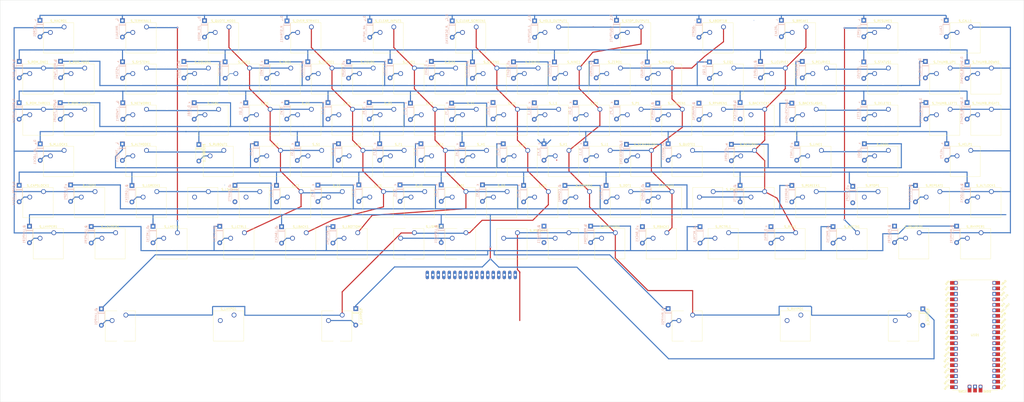
<source format=kicad_pcb>
(kicad_pcb (version 20240108) (generator "pcbnew") (generator_version "8.0")
  (layers (0 "F.Cu" signal) (31 "B.Cu" signal) (34 "B.Paste" user) (35 "F.Paste" user) (36 "B.SilkS" user "B.Silkscreen") (37 "F.SilkS" user "F.Silkscreen") (38 "B.Mask" user) (39 "F.Mask" user) (44 "Edge.Cuts" user))
  (net 0 "")
  (net 1 "Net-(D_A1-A)")
  (net 2 "Net-(D_B1-A)")
  (net 3 "Net-(D_ABORT1-A)")
  (net 4 "Net-(D_LPAREN1-A)")
  (net 5 "Net-(D_C1-A)")
  (net 6 "Net-(D_CLEAR_INPUT1-A)")
  (net 7 "Net-(D_D1-A)")
  (net 8 "Net-(D_E1-A)")
  (net 9 "Net-(D_CALL1-A)")
  (net 10 "Net-(D_THUMB_DOWN1-A)")
  (net 11 "Net-(D_F1-A)")
  (net 12 "Net-(D_FIVE1-A)")
  (net 13 "Net-(D_FOUR1-A)")
  (net 14 "Net-(D_G1-A)")
  (net 15 "Net-(D_LBACK1-A)")
  (net 16 "Net-(D_LBOTTOM1-A)")
  (net 17 "Net-(D_ONE1-A)")
  (net 18 "Net-(D_OVER_STRIKE1-A)")
  (net 19 "Net-(D_Q1-A)")
  (net 20 "Net-(D_R1-A)")
  (net 21 "Net-(D_S1-A)")
  (net 22 "Net-(D_T1-A)")
  (net 23 "Net-(D_THREE1-A)")
  (net 26 "Net-(D_MINUS1-A)")
  (net 27 "Net-(D_SEMICOLON1-A)")
  (net 28 "Net-(D_DOT1-A)")
  (net 29 "Net-(D_TWO1-A)")
  (net 30 "Net-(D_V1-A)")
  (net 31 "Net-(D_W1-A)")
  (net 32 "Net-(D_X1-A)")
  (net 33 "Net-(D_Z1-A)")
  (net 34 "COL2")
  (net 35 "COL1")
  (net 36 "Net-(D_ROM_FOUR1-A)")
  (net 37 "ROW2")
  (net 38 "ROW1")
  (net 39 "Net-(D_ROM_ONE1-A)")
  (net 40 "Net-(D_ROM_THREE1-A)")
  (net 41 "Net-(D_ROM_TWO1-A)")
  (net 42 "Net-(D_LSPACE1-A)")
  (net 43 "Net-(D_RBOTTOM1-A)")
  (net 44 "Net-(D_RSPACE1-A)")
  (net 45 "Net-(D_THUMB_UP1-A)")
  (net 46 "Net-(D_THUMB_LEFT1-A)")
  (net 47 "Net-(D_THUMB_RIGHT1-A)")
  (net 48 "Net-(D_HELP1-A)")
  (net 49 "Net-(D_ALTLOCK1-A)")
  (net 50 "Net-(D_REPEAT1-A)")
  (net 51 "Net-(D_RHYPER1-A)")
  (net 52 "Net-(D_RHYPO1-A)")
  (net 53 "Net-(D_RSUPER1-A)")
  (net 54 "Net-(D_COMMA1-A)")
  (net 55 "Net-(D_L1-A)")
  (net 56 "Net-(D_BACKSLASH1-A)")
  (net 57 "Net-(D_P1-A)")
  (net 58 "Net-(D_ZERO1-A)")
  (net 59 "Net-(D_BREAK1-A)")
  (net 60 "Net-(D_DELETE1-A)")
  (net 82 "Net-(D_NINE1-A)")
  (net 83 "Net-(D_STOP_OUTPUT1-A)")
  (net 84 "Net-(D_END1-A)")
  (net 85 "Net-(D_RCURVE1-A)")
  (net 86 "Net-(D_RESUME1-A)")
  (net 87 "Net-(D_RMETA1-A)")
  (net 88 "Net-(D_RTOP1-A)")
  (net 89 "Net-(D_STATUS1-A)")
  (net 90 "Net-(D_O1-A)")
  (net 91 "Net-(D_RFN1-A)")
  (net 92 "Net-(D_K1-A)")
  (net 93 "Net-(D_M1-A)")
  (net 94 "Net-(D_RGREEK1-A)")
  (net 95 "Net-(D_RCTRL1-A)")
  (net 96 "Net-(D_RSHIFT1-A)")
  (net 97 "COL4")
  (net 98 "Net-(D_N1-A)")
  (net 99 "COL5")
  (net 100 "Net-(D_H1-A)")
  (net 101 "Net-(D_LINE1-A)")
  (net 102 "Net-(D_BACKTICK1-A)")
  (net 103 "Net-(D_Y1-A)")
  (net 104 "Net-(D_SIX1-A)")
  (net 105 "Net-(D_CLEAR_SCREEN1-A)")
  (net 106 "Net-(D_MACRO1-A)")
  (net 107 "COL11")
  (net 108 "ROW3")
  (net 109 "Net-(D_MODE_LOCK1-A)")
  (net 110 "COL10")
  (net 111 "COL9")
  (net 112 "COL7")
  (net 113 "Net-(D_LCURVE1-A)")
  (net 114 "Net-(D_RETURN1-A)")
  (net 115 "Net-(D_BACK1-A)")
  (net 116 "Net-(D_SLASH1-A)")
  (net 117 "Net-(D_QUOTE1-A)")
  (net 118 "Net-(D_RPAREN1-A)")
  (net 119 "Net-(D_EQ1-A)")
  (net 120 "ROW4")
  (net 121 "Net-(D_CAPS_LOCK1-A)")
  (net 122 "ROW5")
  (net 123 "Net-(D_LHYPER1-A)")
  (net 124 "ROW6")
  (net 125 "Net-(D_LHYPO1-A)")
  (net 126 "Net-(D_LSUPER1-A)")
  (net 127 "Net-(D_LTOP1-A)")
  (net 128 "Net-(D_LCTRL1-A)")
  (net 130 "Net-(D_NETWORK1-A)")
  (net 167 "Net-(D_SYSTEM1-A)")
  (net 168 "Net-(D_TERMINAL1-A)")
  (net 169 "COL3")
  (net 170 "Net-(D_ALTMODE1-A)")
  (net 171 "Net-(D_COLON1-A)")
  (net 172 "Net-(D_LGREEK1-A)")
  (net 173 "Net-(D_LMETA1-A)")
  (net 174 "Net-(D_LSHIFT1-A)")
  (net 175 "Net-(D_QUOTE_MOD1-A)")
  (net 176 "Net-(D_RUBOUT1-A)")
  (net 177 "Net-(D_TAB1-A)")
  (net 178 "ROW7")
  (net 179 "ROW10")
  (net 180 "ROW9")
  (net 181 "ROW8")
  (net 182 "Net-(D_HOLD_OUTPUT1-A)")
  (net 183 "Net-(D_SEVEN1-A)")
  (net 184 "Net-(D_U1-A)")
  (net 185 "COL6")
  (net 186 "Net-(D_J1-A)")
  (net 187 "COL8")
  (net 188 "Net-(D_EIGHT1-A)")
  (net 189 "Net-(D_I_1-A)")
  (net 196 "Net-(D_LHYPO2-A)")
  (net 197 "Net-(D_RHYPO2-A)")
  (net 198 "ROW11")
  (footprint "Button_Switch_Keyboard:SW_Cherry_MX_1.00u_PCB" (layer "F.Cu") (at 284.467422 100.619999)
    (property "Reference" "S_COMMA1")
    (property "Value" "COMMA")
  )
  (footprint "Button_Switch_Keyboard:SW_Cherry_MX_1.00u_PCB" (layer "F.Cu") (at 374.954912 43.469997)
    (property "Reference" "S_LCURVE1")
    (property "Value" "LEFT_CURVE")
  )
  (footprint "Button_Switch_Keyboard:SW_Cherry_MX_1.00u_PCB" (layer "F.Cu") (at 451.154832 62.520004)
    (property "Reference" "S_THUMB_LEFT1")
    (property "Value" "THUMB_LEFT")
  )
  (footprint "Button_Switch_Keyboard:SW_Cherry_MX_1.00u_PCB" (layer "F.Cu") (at 189.217472 100.619999)
    (property "Reference" "S_C1")
    (property "Value" "C")
  )
  (footprint "Button_Switch_Keyboard:SW_Cherry_MX_1.00u_PCB" (layer "F.Cu") (at 136.830002 62.520004)
    (property "Reference" "S_Q1")
    (property "Value" "Q")
  )
  (footprint "Button_Switch_Keyboard:SW_Cherry_MX_1.00u_PCB" (layer "F.Cu") (at 198.742452 81.569994)
    (property "Reference" "S_F1")
    (property "Value" "F")
  )
  (footprint "Button_Switch_Keyboard:SW_Cherry_MX_1.50u_PCB" (layer "F.Cu") (at 389.242382 100.619999)
    (property "Reference" "S_RGREEK1")
    (property "Value" "RIGHT_GREEK")
  )
  (footprint "Button_Switch_Keyboard:SW_Cherry_MX_1.25u_PCB" (layer "F.Cu") (at 320.186232 119.670004)
    (property "Reference" "S_RBACK1")
    (property "Value" "RIGHT_BACK")
  )
  (footprint "Button_Switch_Keyboard:SW_Cherry_MX_2.00u_PCB" (layer "F.Cu") (at 117.780002 24.42)
    (property "Reference" "S_QUOTE_MOD1")
    (property "Value" "QUOTE_MOD")
  )
  (footprint "Button_Switch_Keyboard:SW_Cherry_MX_1.00u_PCB" (layer "F.Cu") (at 127.305012 43.469997)
    (property "Reference" "S_ONE1")
    (property "Value" "ONE")
  )
  (footprint "Button_Switch_Keyboard:SW_Cherry_MX_1.50u_PCB" (layer "F.Cu") (at 408.292532 119.670004)
    (property "Reference" "S_RMETA1")
    (property "Value" "RIGHT_META")
  )
  (footprint "Button_Switch_Keyboard:SW_Cherry_MX_2.00u_PCB" (layer "F.Cu") (at 422.579852 62.520004)
    (property "Reference" "S_DELETE1")
    (property "Value" "DELETE")
  )
  (footprint "Button_Switch_Keyboard:SW_Cherry_MX_1.75u_PCB" (layer "F.Cu") (at 348.761252 119.670004)
    (property "Reference" "S_RCTRL1")
    (property "Value" "RIGHT_CTRL")
  )
  (footprint "Button_Switch_Keyboard:SW_Cherry_MX_1.00u_PCB" (layer "F.Cu") (at 32.055002 62.520004)
    (property "Reference" "S_ROM_THREE1")
    (property "Value" "ROM_THREE")
  )
  (footprint "Button_Switch_Keyboard:SW_Cherry_MX_1.50u_PCB" (layer "F.Cu") (at 436.867542 119.670004)
    (property "Reference" "S_RSUPER1")
    (property "Value" "RIGHT_SUPER")
  )
  (footprint "Button_Switch_Keyboard:SW_Cherry_MX_1.50u_PCB" (layer "F.Cu") (at 84.442502 100.619999)
    (property "Reference" "S_LGREEK1")
    (property "Value" "LEFT_GREEK")
  )
  (footprint "Button_Switch_Keyboard:SW_Cherry_MX_1.00u_PCB" (layer "F.Cu") (at 298.754902 43.469997)
    (property "Reference" "S_ZERO1")
    (property "Value" "ZERO")
  )
  (footprint "Button_Switch_Keyboard:SW_Cherry_MX_1.00u_PCB" (layer "F.Cu") (at 51.105005 62.520004)
    (property "Reference" "S_ROM_FOUR1")
    (property "Value" "ROM_FOUR")
  )
  (footprint "Button_Switch_Keyboard:SW_Cherry_MX_1.00u_PCB" (layer "F.Cu") (at 289.229902 62.520004)
    (property "Reference" "S_O1")
    (property "Value" "O")
  )
  (footprint "Button_Switch_Keyboard:SW_Cherry_MX_1.00u_PCB" (layer "F.Cu") (at 270.179922 62.520004)
    (property "Reference" "S_I_1")
    (property "Value" "I")
  )
  (footprint "Button_Switch_Keyboard:lcd-2004" (layer "F.Cu") (at 248.48467 166.689999)
    (property "Reference" "DISPLAY1")
    (property "Value" "LCD-20X4")
  )
  (footprint "Button_Switch_Keyboard:SW_Cherry_MX_1.50u_PCB" (layer "F.Cu") (at 55.867502 100.619999)
    (property "Reference" "S_LTOP1")
    (property "Value" "LEFT_TOP")
  )
  (footprint "Button_Switch_Keyboard:SW_Cherry_MX_2.00u_PCB" (layer "F.Cu") (at 79.680012 62.520004)
    (property "Reference" "S_NETWORK1")
    (property "Value" "NETWORK")
  )
  (footprint "Diode_THT:D_DO-41_SOD81_P7.62mm_Horizontal" (layer "F.Cu") (at 176.4 154.79 -90)
    (property "Reference" "D_LHYPO2")
    (property "Value" "D")
  )
  (footprint "Button_Switch_Keyboard:SW_Cherry_MX_1.00u_PCB" (layer "F.Cu") (at 470.204822 62.520004)
    (property "Reference" "S_THUMB_RIGHT1")
    (property "Value" "THUMB_RIGHT")
  )
  (footprint "Button_Switch_Keyboard:SW_Cherry_MX_1.00u_PCB" (layer "F.Cu") (at 470.204852 43.469997)
    (property "Reference" "S_THUMB_DOWN1")
    (property "Value" "THUMB_DOWN")
  )
  (footprint "Button_Switch_Keyboard:SW_Cherry_MX_1.00u_PCB" (layer "F.Cu") (at 208.267462 100.619999)
    (property "Reference" "S_V1")
    (property "Value" "V")
  )
  (footprint "Button_Switch_Keyboard:SW_Cherry_MX_2.00u_PCB" (layer "F.Cu") (at 422.579882 43.469997)
    (property "Reference" "S_STATUS1")
    (property "Value" "STATUS")
  )
  (footprint "Button_Switch_Keyboard:SW_Cherry_MX_1.00u_PCB" (layer "F.Cu") (at 241.604932 43.469997)
    (property "Reference" "S_SEVEN1")
    (property "Value" "SEVEN")
  )
  (footprint "Button_Switch_Keyboard:SW_Cherry_MX_1.00u_PCB" (layer "F.Cu") (at 322.567402 100.619999)
    (property "Reference" "S_SLASH1")
    (property "Value" "SLASH")
  )
  (footprint "Button_Switch_Keyboard:SW_Cherry_MX_1.75u_PCB" (layer "F.Cu") (at 115.398742 81.569994)
    (property "Reference" "S_RUBOUT1")
    (property "Value" "RUBOUT")
  )
  (footprint "Button_Switch_Keyboard:SW_Cherry_MX_2.25u_PCB" (layer "F.Cu") (at 120.161252 100.619999)
    (property "Reference" "S_LSHIFT1")
    (property "Value" "LEFT_SHIFT")
  )
  (footprint "Button_Switch_Keyboard:SW_Cherry_MX_2.00u_PCB" (layer "F.Cu") (at 360.667342 81.569994)
    (property "Reference" "S_RETURN1")
    (property "Value" "RETURN")
  )
  (footprint "Button_Switch_Keyboard:SW_Cherry_MX_2.00u_PCB" (layer "F.Cu") (at 270.180012 24.42)
    (property "Reference" "S_HOLD_OUTPUT1")
    (property "Value" "HOLD_OUTPUT")
  )
  (footprint "Button_Switch_Keyboard:SW_Cherry_MX_1.00u_PCB" (layer "F.Cu") (at 313.042382 81.569994)
    (property "Reference" "S_SEMICOLON1")
    (property "Value" "SEMICOLON")
  )
  (footprint "Button_Switch_Keyboard:SW_Cherry_MX_1.00u_PCB" (layer "F.Cu") (at 165.404982 43.469997)
    (property "Reference" "S_THREE1")
    (property "Value" "THREE")
  )
  (footprint "Button_Switch_Keyboard:SW_Cherry_MX_2.00u_PCB" (layer "F.Cu") (at 384.479932 24.42)
    (property "Reference" "S_BREAK1")
    (property "Value" "BREAK")
  )
  (footprint "Button_Switch_Keyboard:SW_Cherry_MX_2.00u_PCB" (layer "F.Cu") (at 422.579822 81.569994)
    (property "Reference" "S_END1")
    (property "Value" "END1")
  )
  (footprint "Button_Switch_Keyboard:SW_Cherry_MX_1.00u_PCB" (layer "F.Cu") (at 32.055002 100.619999)
    (property "Reference" "S_CAPSLOCK1")
    (property "Value" "CAPS_LOCK")
  )
  (footprint "Button_Switch_Keyboard:SW_Cherry_MX_1.75u_PCB" (layer "F.Cu") (at 124.923752 119.670004)
    (property "Reference" "S_LCTRL1")
    (property "Value" "LEFT_CTRL")
  )
  (footprint "Button_Switch_Keyboard:SW_Cherry_MX_1.50u_PCB" (layer "F.Cu") (at 322.567402 43.469997)
    (property "Reference" "S_MINUS1")
    (property "Value" "MINUS")
  )
  (footprint "Button_Switch_Keyboard:SW_Cherry_MX_2.00u_PCB" (layer "F.Cu") (at 79.680012 43.469997)
    (property "Reference" "S_SYSTEM1")
    (property "Value" "SYSTEM")
  )
  (footprint "Button_Switch_Keyboard:SW_Cherry_MX_2.00u_PCB" (layer "F.Cu") (at 79.679992 24.42)
    (property "Reference" "S_TERMINAL1")
    (property "Value" "TERMINAL")
  )
  (footprint "Button_Switch_Keyboard:SW_Cherry_MX_2.00u_PCB" (layer "F.Cu") (at 346.379962 24.42)
    (property "Reference" "S_ABORT18")
    (property "Value" "ABORT")
  )
  (footprint "Button_Switch_Keyboard:SW_Cherry_MX_2.00u_PCB" (layer "F.Cu") (at 155.880002 24.42)
    (property "Reference" "S_OVER_STRIKE1")
    (property "Value" "OVER_STRIKE")
  )
  (footprint "Button_Switch_Keyboard:SW_Cherry_MX_1.00u_PCB" (layer "F.Cu") (at 293.992382 81.569994)
    (property "Reference" "S_L1")
    (property "Value" "L")
  )
  (footprint "Button_Switch_Keyboard:SW_Cherry_MX_1.00u_PCB" (layer "F.Cu") (at 279.704912 43.469997)
    (property "Reference" "S_NINE1")
    (property "Value" "NINE")
  )
  (footprint "Button_Switch_Keyboard:SW_Cherry_MX_2.00u_PCB" (layer "F.Cu") (at 460.679882 24.42)
    (property "Reference" "S_CALL1")
    (property "Value" "CALL")
  )
  (footprint "Button_Switch_Keyboard:SW_Cherry_MX_1.00u_PCB" (layer "F.Cu") (at 365.429852 62.520004)
    (property "Reference" "S_BACKTICK1")
    (property "Value" "BACKTICK")
  )
  (footprint "Button_Switch_Keyboard:SW_Cherry_MX_1.00u_PCB" (layer "F.Cu") (at 246.367432 100.619999)
    (property "Reference" "S_N1")
    (property "Value" "N")
  )
  (footprint "Button_Switch_Keyboard:SW_Cherry_MX_6.25u_PCB" (layer "F.Cu") (at 120.130006 157.757614)
    (property "Reference" "S_LHYPO1")
    (property "Value" "LEFT_HYPO")
  )
  (footprint "Button_Switch_Keyboard:SW_Cherry_MX_1.25u_PCB" (layer "F.Cu") (at 177.311252 119.670004)
    (property "Reference" "S_LBOTTOM1")
    (property "Value" "LEFT_BOTTOM")
  )
  (footprint "Button_Switch_Keyboard:SW_Cherry_MX_1.00u_PCB" (layer "F.Cu") (at 151.117492 100.619999)
    (property "Reference" "S_Z1")
    (property "Value" "Z")
  )
  (footprint "Button_Switch_Keyboard:SW_Cherry_MX_1.25u_PCB" (layer "F.Cu") (at 391.623582 81.569994)
    (property "Reference" "S_LINE1")
    (property "Value" "LINE")
  )
  (footprint "Button_Switch_Keyboard:SW_Cherry_MX_6.25u_PCB" (layer "F.Cu") (at 382.120012 157.757614)
    (property "Reference" "S_RHYPO1")
    (property "Value" "RIGHT_HYPO")
  )
  (footprint "Button_Switch_Keyboard:SW_Cherry_MX_1.00u_PCB" (layer "F.Cu") (at 213.029952 62.520004)
    (property "Reference" "S_T1")
    (property "Value" "T")
  )
  (footprint "Button_Switch_Keyboard:SW_Cherry_MX_2.00u_PCB" (layer "F.Cu") (at 308.279982 24.42)
    (property "Reference" "S_STOP_OUTPUT1")
    (property "Value" "STOP_OUTPUT")
  )
  (footprint "Button_Switch_Keyboard:SW_Cherry_MX_1.00u_PCB" (layer "F.Cu") (at 470.204912 100.619999)
    (property "Reference" "S_ALTLOCK1")
    (property "Value" "ALT_LOCK")
  )
  (footprint "Button_Switch_Keyboard:SW_Cherry_MX_1.50u_PCB" (layer "F.Cu") (at 389.242352 62.520004)
    (property "Reference" "S_BACKSLASH1")
    (property "Value" "BACKSLASH")
  )
  (footprint "Button_Switch_Keyboard:SW_Cherry_MX_1.00u_PCB" (layer "F.Cu") (at 327.329882 62.520004)
    (property "Reference" "S_LPAREN1")
    (property "Value" "LPAREN")
  )
  (footprint "Button_Switch_Keyboard:SW_Cherry_MX_2.00u_PCB" (layer "F.Cu") (at 41.58 81.569994)
    (property "Reference" "S_M_LOCK1")
    (property "Value" "MODE_LOCK_1")
  )
  (footprint "Button_Switch_Keyboard:SW_Cherry_MX_1.50u_PCB" (layer "F.Cu") (at 379.717512 119.670004)
    (property "Reference" "S_RFN1")
    (property "Value" "RIGHT_FN")
  )
  (footprint "Button_Switch_Keyboard:SW_Cherry_MX_1.00u_PCB" (layer "F.Cu") (at 179.692462 81.569994)
    (property "Reference" "S_D1")
    (property "Value" "D")
  )
  (footprint "Button_Switch_Keyboard:SW_Cherry_MX_1.00u_PCB" (layer "F.Cu") (at 155.879992 62.520004)
    (property "Reference" "S_W1")
    (property "Value" "W")
  )
  (footprint "Button_Switch_Keyboard:SW_Cherry_MX_1.00u_PCB" (layer "F.Cu") (at 232.079942 62.520004)
    (property "Reference" "S_Y1")
    (property "Value" "Y")
  )
  (footprint "Button_Switch_Keyboard:SW_Cherry_MX_1.00u_PCB" (layer "F.Cu") (at 251.129932 62.520004)
    (property "Reference" "S_U1")
    (property "Value" "U")
  )
  (footprint "Button_Switch_Keyboard:SW_Cherry_MX_2.25u_PCB" (layer "F.Cu") (at 353.523642 100.619999)
    (property "Reference" "S_RSHIFT1")
    (property "Value" "RIGHT_SHIFT")
  )
  (footprint "Button_Switch_Keyboard:SW_Cherry_MX_1.00u_PCB" (layer "F.Cu") (at 32.055002 43.469997)
    (property "Reference" "S_ROM_ONE1")
    (property "Value" "ROM_ONE")
  )
  (footprint "Button_Switch_Keyboard:SW_Cherry_MX_1.00u_PCB" (layer "F.Cu") (at 217.792432 81.569994)
    (property "Reference" "S_G1")
    (property "Value" "G")
  )
  (footprint "Button_Switch_Keyboard:SW_Cherry_MX_1.00u_PCB" (layer "F.Cu") (at 170.167482 100.619999)
    (property "Reference" "S_X1")
    (property "Value" "X")
  )
  (footprint "Button_Switch_Keyboard:SW_Cherry_MX_1.00u_PCB" (layer "F.Cu") (at 108.255012 43.469997)
    (property "Reference" "S_COLON1")
    (property "Value" "COLON")
  )
  (footprint "Button_Switch_Keyboard:SW_Cherry_MX_2.00u_PCB" (layer "F.Cu") (at 79.679992 81.569994)
    (property "Reference" "S_ALTMODE1")
    (property "Value" "ALTMODE")
  )
  (footprint "Button_Switch_Keyboard:SW_Cherry_MX_1.00u_PCB" (layer "F.Cu") (at 227.317442 100.619999)
    (property "Reference" "S_B1")
    (property "Value" "B")
  )
  (footprint "Button_Switch_Keyboard:SW_Cherry_MX_1.00u_PCB" (layer "F.Cu") (at 451.154862 43.469997)
    (property "Reference" "S_THUMB_UP1")
    (property "Value" "THUMB_UP")
  )
  (footprint "Button_Switch_Keyboard:SW_Cherry_MX_1.00u_PCB" (layer "F.Cu") (at 274.942402 81.569994)
    (property "Reference" "S_K1")
    (property "Value" "K")
  )
  (footprint "Button_Switch_Keyboard:SW_Cherry_MX_2.00u_PCB" (layer "F.Cu") (at 460.679782 81.569994)
    (property "Reference" "S_HELP1")
    (property "Value" "HELP")
  )
  (footprint "Button_Switch_Keyboard:SW_Cherry_MX_1.50u_PCB" (layer "F.Cu") (at 113.017512 62.520004)
    (property "Reference" "S_TAB1")
    (property "Value" "TAB")
  )
  (footprint "Button_Switch_Keyboard:SW_Cherry_MX_1.00u_PCB" (layer "F.Cu") (at 265.417432 100.619999)
    (property "Reference" "S_M1")
    (property "Value" "M")
  )
  (footprint "Button_Switch_Keyboard:SW_Cherry_MX_2.25u_PCB" (layer "F.Cu") (at 263.036242 119.670004)
    (property "Reference" "S_RSPACE1")
    (property "Value" "RIGHT_SPACE")
  )
  (footprint "Button_Switch_Keyboard:SW_Cherry_MX_2.75u_PCB" (layer "F.Cu") (at 215.411242 119.670004)
    (property "Reference" "S_LSPACE1")
    (property "Value" "LEFT_SPACE")
  )
  (footprint "Button_Switch_Keyboard:SW_Cherry_MX_1.00u_PCB" (layer "F.Cu") (at 394.004902 43.469997)
    (property "Reference" "S_RCURVE1")
    (property "Value" "RIGHT_CURVE")
  )
  (footprint "Button_Switch_Keyboard:SW_Cherry_MX_1.50u_PCB" (layer "F.Cu") (at 93.967502 119.670004)
    (property "Reference" "S_LMETA1")
    (property "Value" "LEFT_META")
  )
  (footprint "Button_Switch_Keyboard:SW_Cherry_MX_2.00u_PCB" (layer "F.Cu") (at 422.579912 24.42)
    (property "Reference" "S_RESUME1")
    (property "Value" "RESUME")
  )
  (footprint "Button_Switch_Keyboard:SW_Cherry_MX_1.00u_PCB" (layer "F.Cu") (at 260.654922 43.469997)
    (property "Reference" "S_EIGHT1")
    (property "Value" "EIGHT")
  )
  (footprint "Button_Switch_Keyboard:SW_Cherry_MX_1.00u_PCB" (layer "F.Cu") (at 236.842422 81.569994)
    (property "Reference" "S_H1")
    (property "Value" "H")
  )
  (footprint "Button_Switch_Keyboard:SW_Cherry_MX_1.00u_PCB" (layer "F.Cu") (at 255.892412 81.569994)
    (property "Reference" "S_J1")
    (property "Value" "J")
  )
  (footprint "Button_Switch_Keyboard:SW_Cherry_MX_2.00u_PCB" (layer "F.Cu") (at 232.080022 24.42)
    (property "Reference" "S_CLEAR_SCREEN1")
    (property "Value" "CLEAR_SCREEN")
  )
  (footprint "Button_Switch_Keyboard:SW_Cherry_MX_1.00u_PCB" (layer "F.Cu") (at 193.979962 62.520004)
    (property "Reference" "S_R1")
    (property "Value" "R")
  )
  (footprint "Button_Switch_Keyboard:SW_Cherry_MX_1.50u_PCB" (layer "F.Cu") (at 417.817402 100.619999)
    (property "Reference" "S_RTOP1")
    (property "Value" "RIGHT_TOP")
  )
  (footprint "Button_Switch_Keyboard:SW_Cherry_MX_1.00u_PCB" (layer "F.Cu") (at 184.454972 43.469997)
    (property "Reference" "S_FOUR1")
    (property "Value" "FOUR")
  )
  (footprint "Button_Switch_Keyboard:SW_Cherry_MX_1.25u_PCB" (layer "F.Cu") (at 296.373732 119.670004)
    (property "Reference" "S_RBOTTOM1")
    (property "Value" "RIGHT_BOTTOM")
  )
  (footprint "Button_Switch_Keyboard:SW_Cherry_MX_1.00u_PCB" (layer "F.Cu") (at 141.592482 81.569994)
    (property "Reference" "S_A1")
    (property "Value" "A")
  )
  (footprint "Button_Switch_Keyboard:SW_Cherry_MX_1.00u_PCB" (layer "F.Cu") (at 332.092362 81.569994)
    (property "Reference" "S_QUOTE1")
    (property "Value" "QUOTE")
  )
  (footprint "Button_Switch_Keyboard:SW_Cherry_MX_1.00u_PCB" (layer "F.Cu") (at 308.279882 62.520004)
    (property "Reference" "S_P1")
    (property "Value" "P")
  )
  (footprint "Button_Switch_Keyboard:SW_Cherry_MX_1.00u_PCB" (layer "F.Cu") (at 160.642472 81.569994)
    (property "Reference" "S_S1")
    (property "Value" "S")
  )
  (footprint "Button_Switch_Keyboard:SW_Cherry_MX_1.50u_PCB" (layer "F.Cu") (at 65.392502 119.670004)
    (property "Reference" "S_LSUPER1")
    (property "Value" "LEFT_SUPER")
  )
  (footprint "Button_Switch_Keyboard:SW_Cherry_MX_1.00u_PCB" (layer "F.Cu") (at 51.105005 43.469997)
    (property "Reference" "S_ROM_TWO1")
    (property "Value" "ROM_TWO")
  )
  (footprint "Button_Switch_Keyboard:SW_Cherry_MX_1.50u_PCB" (layer "F.Cu") (at 446.392412 100.619999)
    (property "Reference" "S_REPEAT1")
    (property "Value" "REPEAT")
  )
  (footprint "Button_Switch_Keyboard:SW_Cherry_MX_1.00u_PCB" (layer "F.Cu") (at 222.554952 43.469997)
    (property "Reference" "S_SIX1")
    (property "Value" "SIX")
  )
  (footprint "Button_Switch_Keyboard:SW_Cherry_MX_1.50u_PCB" (layer "F.Cu") (at 351.142412 43.469997)
    (property "Reference" "S_EQ1")
    (property "Value" "EQUAL")
  )
  (footprint "Button_Switch_Keyboard:SW_Cherry_MX_1.00u_PCB" (layer "F.Cu") (at 174.929982 62.520004)
    (property "Reference" "S_E1")
    (property "Value" "E")
  )
  (footprint "Button_Switch_Keyboard:SW_Cherry_MX_1.00u_PCB" (layer "F.Cu") (at 203.504962 43.469997)
    (property "Reference" "S_FIVE1")
    (property "Value" "FIVE")
  )
  (footprint "Button_Switch_Keyboard:SW_Cherry_MX_1.00u_PCB" (layer "F.Cu") (at 346.379882 62.520004)
    (property "Reference" "S_RPAREN1")
    (property "Value" "RPAREN")
  )
  (footprint "Button_Switch_Keyboard:SW_Cherry_MX_1.50u_PCB" (layer "F.Cu") (at 465.442552 119.670004)
    (property "Reference" "S_RHYPER1")
    (property "Value" "RIGHT_HYPER")
  )
  (footprint "Button_Switch_Keyboard:SW_Cherry_MX_1.25u_PCB" (layer "F.Cu") (at 153.498752 119.670004)
    (property "Reference" "S_LBACK1")
    (property "Value" "LBACK")
  )
  (footprint "Diode_THT:D_DO-41_SOD81_P7.62mm_Horizontal" (layer "F.Cu") (at 438.5 154.9 -90)
    (property "Reference" "D_RHYPO2")
    (property "Value" "D")
  )
  (footprint "Button_Switch_Keyboard:SW_Cherry_MX_1.00u_PCB" (layer "F.Cu") (at 303.517412 100.619999)
    (property "Reference" "S_DOT1")
    (property "Value" "DOT")
  )
  (footprint "Button_Switch_Keyboard:SW_Cherry_MX_2.00u_PCB" (layer "F.Cu") (at 41.58 24.42)
    (property "Reference" "S_MACRO1")
    (property "Value" "MACRO")
  )
  (footprint "Button_Switch_Keyboard:SW_Cherry_MX_2.00u_PCB" (layer "F.Cu") (at 193.980012 24.42)
    (property "Reference" "S_CLEAR_INPUT1")
    (property "Value" "CLEAR_INPUT")
  )
  (footprint "RPI:RPi_Pico_SMD_TH" (layer "F.Cu") (at 462.65 167)
    (property "Reference" "U101")
    (property "Value" "Pico")
  )
  (footprint "Diode_THT:D_DO-41_SOD81_P7.62mm_Horizontal" (layer "F.Cu") (at 103.87 78.85 -90)
    (property "Reference" "D_RUBOUT1")
    (property "Value" "D")
  )
  (footprint "Button_Switch_Keyboard:SW_Cherry_MX_1.00u_PCB" (layer "F.Cu") (at 146.355002 43.469997)
    (property "Reference" "S_TWO1")
    (property "Value" "TWO")
  )
  (footprint "Button_Switch_Keyboard:SW_Cherry_MX_1.50u_PCB" (layer "F.Cu") (at 36.817502 119.670004)
    (property "Reference" "S_LHYPER1")
    (property "Value" "LEFT_HYPER")
  )
  (footprint "Diode_THT:D_DO-41_SOD81_P7.62mm_Horizontal" (layer "B.Cu") (at 142.11 116.87 -90)
    (property "Reference" "D_LBACK1")
    (property "Value" "D")
  )
  (footprint "Diode_THT:D_DO-41_SOD81_P7.62mm_Horizontal" (layer "B.Cu") (at 187.452 78.486 -90)
    (property "Reference" "D_F1")
    (property "Value" "D")
  )
  (footprint "Diode_THT:D_DO-41_SOD81_P7.62mm_Horizontal" (layer "B.Cu") (at 277.876 59.436 -90)
    (property "Reference" "D_O1")
    (property "Value" "D")
  )
  (footprint "Diode_THT:D_DO-41_SOD81_P7.62mm_Horizontal" (layer "B.Cu") (at 96.94 40.44 -90)
    (property "Reference" "D_COLON1")
    (property "Value" "D")
  )
  (footprint "Diode_THT:D_DO-41_SOD81_P7.62mm_Horizontal" (layer "B.Cu") (at 296.926 59.436 -90)
    (property "Reference" "D_P1")
    (property "Value" "D")
  )
  (footprint "Diode_THT:D_DO-41_SOD81_P7.62mm_Horizontal" (layer "B.Cu") (at 20.86 40.38 -90)
    (property "Reference" "D_ROM_ONE1")
    (property "Value" "D")
  )
  (footprint "Diode_THT:D_DO-41_SOD81_P7.62mm_Horizontal" (layer "B.Cu") (at 106.48 21.51 -90)
    (property "Reference" "D_QUOTE_MOD1")
    (property "Value" "D")
  )
  (footprint "Diode_THT:D_DO-41_SOD81_P7.62mm_Horizontal" (layer "B.Cu") (at 268.224 40.64 -90)
    (property "Reference" "D_NINE1")
    (property "Value" "D")
  )
  (footprint "Diode_THT:D_DO-41_SOD81_P7.62mm_Horizontal" (layer "B.Cu") (at 58.8 154.89 -90)
    (property "Reference" "D_LHYPO1")
    (property "Value" "D")
  )
  (footprint "Diode_THT:D_DO-41_SOD81_P7.62mm_Horizontal" (layer "B.Cu") (at 135.19 40.58 -90)
    (property "Reference" "D_TWO1")
    (property "Value" "D")
  )
  (footprint "Diode_THT:D_DO-41_SOD81_P7.62mm_Horizontal" (layer "B.Cu") (at 311.404 97.536 -90)
    (property "Reference" "D_SLASH1")
    (property "Value" "D")
  )
  (footprint "Diode_THT:D_DO-41_SOD81_P7.62mm_Horizontal" (layer "B.Cu") (at 335.026 21.59 -90)
    (property "Reference" "D_ABORT1")
    (property "Value" "D")
  )
  (footprint "Diode_THT:D_DO-41_SOD81_P7.62mm_Horizontal" (layer "B.Cu") (at 211.328 40.386 -90)
    (property "Reference" "D_SIX1")
    (property "Value" "D")
  )
  (footprint "Diode_THT:D_DO-41_SOD81_P7.62mm_Horizontal" (layer "B.Cu") (at 20.81 59.49 -90)
    (property "Reference" "D_ROM_THREE1")
    (property "Value" "D")
  )
  (footprint "Diode_THT:D_DO-41_SOD81_P7.62mm_Horizontal" (layer "B.Cu") (at 234.95 97.536 -90)
    (property "Reference" "D_N1")
    (property "Value" "D")
  )
  (footprint "Diode_THT:D_DO-41_SOD81_P7.62mm_Horizontal" (layer "B.Cu") (at 30.55 78.54 -90)
    (property "Reference" "D_MODE_LOCK1")
    (property "Value" "D")
  )
  (footprint "Diode_THT:D_DO-41_SOD81_P7.62mm_Horizontal" (layer "B.Cu") (at 284.988 116.586 -90)
    (property "Reference" "D_RBOTTOM1")
    (property "Value" "D")
  )
  (footprint "Diode_THT:D_DO-41_SOD81_P7.62mm_Horizontal" (layer "B.Cu") (at 120.55 97.72 -90)
    (property "Reference" "D_LSHIFT1")
    (property "Value" "D")
  )
  (footprint "Diode_THT:D_DO-41_SOD81_P7.62mm_Horizontal" (layer "B.Cu") (at 354.076 59.436 -90)
    (property "Reference" "D_BACKTICK1")
    (property "Value" "D")
  )
  (footprint "Diode_THT:D_DO-41_SOD81_P7.62mm_Horizontal" (layer "B.Cu") (at 397.002 116.84 -90)
    (property "Reference" "D_RMETA1")
    (property "Value" "D")
  )
  (footprint "Diode_THT:D_DO-41_SOD81_P7.62mm_Horizontal" (layer "B.Cu") (at 258.91 59.55 -90)
    (property "Reference" "D_I_1")
    (property "Value" "D")
  )
  (footprint "Diode_THT:D_DO-41_SOD81_P7.62mm_Horizontal" (layer "B.Cu") (at 182.88 21.59 -90)
    (property "Reference" "D_CLEAR_INPUT1")
    (property "Value" "D")
  )
  (footprint "Diode_THT:D_DO-41_SOD81_P7.62mm_Horizontal" (layer "B.Cu") (at 458.978 97.536 -90)
    (property "Reference" "D_ALTLOCK1")
    (property "Value" "D")
  )
  (footprint "Diode_THT:D_DO-41_SOD81_P7.62mm_Horizontal" (layer "B.Cu") (at 377.952 59.69 -90)
    (property "Reference" "D_BACKSLASH1")
    (property "Value" "D")
  )
  (footprint "Diode_THT:D_DO-41_SOD81_P7.62mm_Horizontal" (layer "B.Cu") (at 68.52 21.51 -90)
    (property "Reference" "D_TERMINAL1")
    (property "Value" "D")
  )
  (footprint "Diode_THT:D_DO-41_SOD81_P7.62mm_Horizontal" (layer "B.Cu") (at 439.928 59.436 -90)
    (property "Reference" "D_THUMB_LEFT1")
    (property "Value" "D")
  )
  (footprint "Diode_THT:D_DO-41_SOD81_P7.62mm_Horizontal" (layer "B.Cu") (at 308.864 116.84 -90)
    (property "Reference" "D_BACK1")
    (property "Value" "D")
  )
  (footprint "Diode_THT:D_DO-41_SOD81_P7.62mm_Horizontal" (layer "B.Cu") (at 315.976 59.69 -90)
    (property "Reference" "D_LPAREN1")
    (property "Value" "D")
  )
  (footprint "Diode_THT:D_DO-41_SOD81_P7.62mm_Horizontal" (layer "B.Cu") (at 301.498 78.74 -90)
    (property "Reference" "D_SEMICOLON1")
    (property "Value" "D")
  )
  (footprint "Diode_THT:D_DO-41_SOD81_P7.62mm_Horizontal" (layer "B.Cu") (at 363.474 40.386 -90)
    (property "Reference" "D_LCURVE1")
    (property "Value" "D")
  )
  (footprint "Diode_THT:D_DO-41_SOD81_P7.62mm_Horizontal" (layer "B.Cu") (at 192.278 40.386 -90)
    (property "Reference" "D_FIVE1")
    (property "Value" "D")
  )
  (footprint "Diode_THT:D_DO-41_SOD81_P7.62mm_Horizontal" (layer "B.Cu") (at 101.72 59.49 -90)
    (property "Reference" "D_TAB1")
    (property "Value" "D")
  )
  (footprint "Diode_THT:D_DO-41_SOD81_P7.62mm_Horizontal" (layer "B.Cu") (at 449.58 78.486 -90)
    (property "Reference" "D_HELP1")
    (property "Value" "D")
  )
  (footprint "Diode_THT:D_DO-41_SOD81_P7.62mm_Horizontal" (layer "B.Cu") (at 287.528 40.386 -90)
    (property "Reference" "D_ZERO1")
    (property "Value" "D")
  )
  (footprint "Diode_THT:D_DO-41_SOD81_P7.62mm_Horizontal" (layer "B.Cu") (at 20.82 97.73 -90)
    (property "Reference" "D_CAPS_LOCK1")
    (property "Value" "D")
  )
  (footprint "Diode_THT:D_DO-41_SOD81_P7.62mm_Horizontal" (layer "B.Cu") (at 354.05 97.79 -90)
    (property "Reference" "D_RSHIFT1")
    (property "Value" "D")
  )
  (footprint "Diode_THT:D_DO-41_SOD81_P7.62mm_Horizontal" (layer "B.Cu") (at 25.57 116.67 -90)
    (property "Reference" "D_LHYPER1")
    (property "Value" "D")
  )
  (footprint "Diode_THT:D_DO-41_SOD81_P7.62mm_Horizontal" (layer "B.Cu") (at 411.226 59.436 -90)
    (property "Reference" "D_DELETE1")
    (property "Value" "D")
  )
  (footprint "Diode_THT:D_DO-41_SOD81_P7.62mm_Horizontal" (layer "B.Cu") (at 406.13 98.19 -90)
    (property "Reference" "D_RTOP1")
    (property "Value" "D")
  )
  (footprint "Diode_THT:D_DO-41_SOD81_P7.62mm_Horizontal" (layer "B.Cu") (at 30.42 21.35 -90)
    (property "Reference" "D_MACRO1")
    (property "Value" "D")
  )
  (footprint "Diode_THT:D_DO-41_SOD81_P7.62mm_Horizontal" (layer "B.Cu") (at 458.978 40.64 -90)
    (property "Reference" "D_THUMB_DOWN1")
    (property "Value" "D")
  )
  (footprint "Diode_THT:D_DO-41_SOD81_P7.62mm_Horizontal" (layer "B.Cu") (at 68.7 59.54 -90)
    (property "Reference" "D_NETWORK1")
    (property "Value" "D")
  )
  (footprint "Diode_THT:D_DO-41_SOD81_P7.62mm_Horizontal" (layer "B.Cu") (at 158.88 97.6 -90)
    (property "Reference" "D_X1")
    (property "Value" "D")
  )
  (footprint "Diode_THT:D_DO-41_SOD81_P7.62mm_Horizontal" (layer "B.Cu") (at 411.226 40.64 -90)
    (property "Reference" "D_STATUS1")
    (property "Value" "D")
  )
  (footprint "Diode_THT:D_DO-41_SOD81_P7.62mm_Horizontal" (layer "B.Cu") (at 163.576 59.436 -90)
    (property "Reference" "D_E1")
    (property "Value" "D")
  )
  (footprint "Diode_THT:D_DO-41_SOD81_P7.62mm_Horizontal" (layer "B.Cu") (at 273.05 97.79 -90)
    (property "Reference" "D_COMMA1")
    (property "Value" "D")
  )
  (footprint "Diode_THT:D_DO-41_SOD81_P7.62mm_Horizontal" (layer "B.Cu") (at 335.534 116.84 -90)
    (property "Reference" "D_RCTRL1")
    (property "Value" "D")
  )
  (footprint "Diode_THT:D_DO-41_SOD81_P7.62mm_Horizontal" (layer "B.Cu") (at 125.54 59.54 -90)
    (property "Reference" "D_Q1")
    (property "Value" "D")
  )
  (footprint "Diode_THT:D_DO-41_SOD81_P7.62mm_Horizontal" (layer "B.Cu") (at 339.852 40.64 -90)
    (property "Reference" "D_EQ1")
    (property "Value" "D")
  )
  (footprint "Diode_THT:D_DO-41_SOD81_P7.62mm_Horizontal" (layer "B.Cu") (at 68.59 40.53 -90)
    (property "Reference" "D_SYSTEM1")
    (property "Value" "D")
  )
  (footprint "Diode_THT:D_DO-41_SOD81_P7.62mm_Horizontal" (layer "B.Cu") (at 144.61 21.62 -90)
    (property "Reference" "D_OVER_STRIKE1")
    (property "Value" "D")
  )
  (footprint "Diode_THT:D_DO-41_SOD81_P7.62mm_Horizontal" (layer "B.Cu") (at 44.61 97.55 -90)
    (property "Reference" "D_LTOP1")
    (property "Value" "D")
  )
  (footprint "Diode_THT:D_DO-41_SOD81_P7.62mm_Horizontal" (layer "B.Cu") (at 380.238 78.486 -90)
    (property "Reference" "D_LINE1")
    (property "Value" "D")
  )
  (footprint "Diode_THT:D_DO-41_SOD81_P7.62mm_Horizontal" (layer "B.Cu") (at 292.1 97.79 -90)
    (property "Reference" "D_DOT1")
    (property "Value" "D")
  )
  (footprint "Diode_THT:D_DO-41_SOD81_P7.62mm_Horizontal" (layer "B.Cu") (at 173.09 40.5 -90)
    (property "Reference" "D_FOUR1")
    (property "Value" "D")
  )
  (footprint "Diode_THT:D_DO-41_SOD81_P7.62mm_Horizontal" (layer "B.Cu") (at 425.45 116.586 -90)
    (property "Reference" "D_RSUPER1")
    (property "Value" "D")
  )
  (footprint "Diode_THT:D_DO-41_SOD81_P7.62mm_Horizontal" (layer "B.Cu") (at 239.84 59.43 -90)
    (property "Reference" "D_U1")
    (property "Value" "D")
  )
  (footprint "Diode_THT:D_DO-41_SOD81_P7.62mm_Horizontal" (layer "B.Cu") (at 144.526 59.436 -90)
    (property "Reference" "D_W1")
    (property "Value" "D")
  )
  (footprint "Diode_THT:D_DO-41_SOD81_P7.62mm_Horizontal" (layer "B.Cu") (at 116.02 40.56 -90)
    (property "Reference" "D_ONE1")
    (property "Value" "D")
  )
  (footprint "Diode_THT:D_DO-41_SOD81_P7.62mm_Horizontal" (layer "B.Cu") (at 82.68 116.72 -90)
    (property "Reference" "D_LMETA1")
    (property "Value" "D")
  )
  (footprint "Diode_THT:D_DO-41_SOD81_P7.62mm_Horizontal" (layer "B.Cu") (at 320.8 154.79 -90)
    (property "Reference" "D_RHYPO1")
    (property "Value" "D")
  )
  (footprint "Diode_THT:D_DO-41_SOD81_P7.62mm_Horizontal" (layer "B.Cu") (at 177.8 97.536 -90)
    (property "Reference" "D_C1")
    (property "Value" "D")
  )
  (footprint "Diode_THT:D_DO-41_SOD81_P7.62mm_Horizontal" (layer "B.Cu") (at 225.552 78.74 -90)
    (property "Reference" "D_H1")
    (property "Value" "D")
  )
  (footprint "Diode_THT:D_DO-41_SOD81_P7.62mm_Horizontal" (layer "B.Cu") (at 449.326 21.336 -90)
    (property "Reference" "D_CALL1")
    (property "Value" "D")
  )
  (footprint "Diode_THT:D_DO-41_SOD81_P7.62mm_Horizontal" (layer "B.Cu") (at 382.778 40.386 -90)
    (property "Reference" "D_RCURVE1")
    (property "Value" "D")
  )
  (footprint "Diode_THT:D_DO-41_SOD81_P7.62mm_Horizontal" (layer "B.Cu") (at 215.9 116.586 -90)
    (property "Reference" "D_LSPACE1")
    (property "Value" "D")
  )
  (footprint "Diode_THT:D_DO-41_SOD81_P7.62mm_Horizontal" (layer "B.Cu") (at 139.77 97.76 -90)
    (property "Reference" "D_Z1")
    (property "Value" "D")
  )
  (footprint "Diode_THT:D_DO-41_SOD81_P7.62mm_Horizontal" (layer "B.Cu") (at 350.012 78.74 -90)
    (property "Reference" "D_RETURN1")
    (property "Value" "D")
  )
  (footprint "Diode_THT:D_DO-41_SOD81_P7.62mm_Horizontal" (layer "B.Cu") (at 435.102 97.79 -90)
    (property "Reference" "D_REPEAT1")
    (property "Value" "D")
  )
  (footprint "Diode_THT:D_DO-41_SOD81_P7.62mm_Horizontal" (layer "B.Cu") (at 458.978 59.436 -90)
    (property "Reference" "D_THUMB_RIGHT1")
    (property "Value" "D")
  )
  (footprint "Diode_THT:D_DO-41_SOD81_P7.62mm_Horizontal" (layer "B.Cu") (at 196.85 97.536 -90)
    (property "Reference" "D_V1")
    (property "Value" "D")
  )
  (footprint "Diode_THT:D_DO-41_SOD81_P7.62mm_Horizontal" (layer "B.Cu") (at 263.398 78.486 -90)
    (property "Reference" "D_K1")
    (property "Value" "D")
  )
  (footprint "Diode_THT:D_DO-41_SOD81_P7.62mm_Horizontal" (layer "B.Cu") (at 39.97 40.3 -90)
    (property "Reference" "D_ROM_TWO1")
    (property "Value" "D")
  )
  (footprint "Diode_THT:D_DO-41_SOD81_P7.62mm_Horizontal" (layer "B.Cu") (at 377.952 97.79 -90)
    (property "Reference" "D_RGREEK1")
    (property "Value" "D")
  )
  (footprint "Diode_THT:D_DO-41_SOD81_P7.62mm_Horizontal" (layer "B.Cu") (at 206.502 78.486 -90)
    (property "Reference" "D_G1")
    (property "Value" "D")
  )
  (footprint "Diode_THT:D_DO-41_SOD81_P7.62mm_Horizontal" (layer "B.Cu") (at 335.026 59.69 -90)
    (property "Reference" "D_RPAREN1")
    (property "Value" "D")
  )
  (footprint "Diode_THT:D_DO-41_SOD81_P7.62mm_Horizontal" (layer "B.Cu") (at 220.98 21.59 -90)
    (property "Reference" "D_CLEAR_SCREEN1")
    (property "Value" "D")
  )
  (footprint "Diode_THT:D_DO-41_SOD81_P7.62mm_Horizontal" (layer "B.Cu") (at 411.226 21.336 -90)
    (property "Reference" "D_RESUME1")
    (property "Value" "D")
  )
  (footprint "Diode_THT:D_DO-41_SOD81_P7.62mm_Horizontal" (layer "B.Cu") (at 113.53 116.69 -90)
    (property "Reference" "D_LCTRL1")
    (property "Value" "D")
  )
  (footprint "Diode_THT:D_DO-41_SOD81_P7.62mm_Horizontal" (layer "B.Cu") (at 230.32 40.56 -90)
    (property "Reference" "D_SEVEN1")
    (property "Value" "D")
  )
  (footprint "Diode_THT:D_DO-41_SOD81_P7.62mm_Horizontal" (layer "B.Cu") (at 220.726 59.69 -90)
    (property "Reference" "D_Y1")
    (property "Value" "D")
  )
  (footprint "Diode_THT:D_DO-41_SOD81_P7.62mm_Horizontal" (layer "B.Cu") (at 165.84 116.81 -90)
    (property "Reference" "D_LBOTTOM1")
    (property "Value" "D")
  )
  (footprint "Diode_THT:D_DO-41_SOD81_P7.62mm_Horizontal" (layer "B.Cu") (at 263.398 116.586 -90)
    (property "Reference" "D_RSPACE1")
    (property "Value" "D")
  )
  (footprint "Diode_THT:D_DO-41_SOD81_P7.62mm_Horizontal" (layer "B.Cu") (at 154.22 40.52 -90)
    (property "Reference" "D_THREE1")
    (property "Value" "D")
  )
  (footprint "Diode_THT:D_DO-41_SOD81_P7.62mm_Horizontal" (layer "B.Cu") (at 454.152 116.586 -90)
    (property "Reference" "D_RHYPER1")
    (property "Value" "D")
  )
  (footprint "Diode_THT:D_DO-41_SOD81_P7.62mm_Horizontal" (layer "B.Cu") (at 72.93 97.81 -90)
    (property "Reference" "D_LGREEK1")
    (property "Value" "D")
  )
  (footprint "Diode_THT:D_DO-41_SOD81_P7.62mm_Horizontal" (layer "B.Cu") (at 201.676 59.69 -90)
    (property "Reference" "D_T1")
    (property "Value" "D")
  )
  (footprint "Diode_THT:D_DO-41_SOD81_P7.62mm_Horizontal" (layer "B.Cu") (at 368.3 116.84 -90)
    (property "Reference" "D_RFN1")
    (property "Value" "D")
  )
  (footprint "Diode_THT:D_DO-41_SOD81_P7.62mm_Horizontal" (layer "B.Cu") (at 411.48 78.486 -90)
    (property "Reference" "D_END1")
    (property "Value" "D")
  )
  (footprint "Diode_THT:D_DO-41_SOD81_P7.62mm_Horizontal" (layer "B.Cu") (at 282.702 78.486 -90)
    (property "Reference" "D_L1")
    (property "Value" "D")
  )
  (footprint "Diode_THT:D_DO-41_SOD81_P7.62mm_Horizontal" (layer "B.Cu") (at 439.674 40.386 -90)
    (property "Reference" "D_THUMB_UP1")
    (property "Value" "D")
  )
  (footprint "Diode_THT:D_DO-41_SOD81_P7.62mm_Horizontal" (layer "B.Cu") (at 68.51 78.6 -90)
    (property "Reference" "D_ALTMODE1")
    (property "Value" "D")
  )
  (footprint "Diode_THT:D_DO-41_SOD81_P7.62mm_Horizontal" (layer "B.Cu") (at 373.126 21.336 -90)
    (property "Reference" "D_BREAK1")
    (property "Value" "D")
  )
  (footprint "Diode_THT:D_DO-41_SOD81_P7.62mm_Horizontal" (layer "B.Cu") (at 254 97.79 -90)
    (property "Reference" "D_M1")
    (property "Value" "D")
  )
  (footprint "Diode_THT:D_DO-41_SOD81_P7.62mm_Horizontal" (layer "B.Cu") (at 130.39 78.49 -90)
    (property "Reference" "D_A1")
    (property "Value" "D")
  )
  (footprint "Diode_THT:D_DO-41_SOD81_P7.62mm_Horizontal" (layer "B.Cu") (at 296.926 21.336 -90)
    (property "Reference" "D_STOP_OUTPUT1")
    (property "Value" "D")
  )
  (footprint "Diode_THT:D_DO-41_SOD81_P7.62mm_Horizontal" (layer "B.Cu") (at 311.15 40.64 -90)
    (property "Reference" "D_MINUS1")
    (property "Value" "D")
  )
  (footprint "Diode_THT:D_DO-41_SOD81_P7.62mm_Horizontal" (layer "B.Cu") (at 244.57 78.51 -90)
    (property "Reference" "D_J1")
    (property "Value" "D")
  )
  (footprint "Diode_THT:D_DO-41_SOD81_P7.62mm_Horizontal" (layer "B.Cu") (at 54.12 116.79 -90)
    (property "Reference" "D_LSUPER1")
    (property "Value" "D")
  )
  (footprint "Diode_THT:D_DO-41_SOD81_P7.62mm_Horizontal" (layer "B.Cu") (at 320.802 78.486 -90)
    (property "Reference" "D_QUOTE1")
    (property "Value" "D")
  )
  (footprint "Diode_THT:D_DO-41_SOD81_P7.62mm_Horizontal" (layer "B.Cu") (at 39.79 59.49 -90)
    (property "Reference" "D_ROM_FOUR1")
    (property "Value" "D")
  )
  (footprint "Diode_THT:D_DO-41_SOD81_P7.62mm_Horizontal" (layer "B.Cu") (at 149.37 78.6 -90)
    (property "Reference" "D_S1")
    (property "Value" "D")
  )
  (footprint "Diode_THT:D_DO-41_SOD81_P7.62mm_Horizontal" (layer "B.Cu") (at 249.31 40.58 -90)
    (property "Reference" "D_EIGHT1")
    (property "Value" "D")
  )
  (footprint "Diode_THT:D_DO-41_SOD81_P7.62mm_Horizontal" (layer "B.Cu") (at 259.08 21.59 -90)
    (property "Reference" "D_HOLD_OUTPUT1")
    (property "Value" "D")
  )
  (footprint "Diode_THT:D_DO-41_SOD81_P7.62mm_Horizontal" (layer "B.Cu") (at 215.9 97.536 -90)
    (property "Reference" "D_B1")
    (property "Value" "D")
  )
  (footprint "Diode_THT:D_DO-41_SOD81_P7.62mm_Horizontal" (layer "B.Cu") (at 182.626 59.436 -90)
    (property "Reference" "D_R1")
    (property "Value" "D")
  )
  (footprint "Diode_THT:D_DO-41_SOD81_P7.62mm_Horizontal" (layer "B.Cu") (at 168.402 78.486 -90)
    (property "Reference" "D_D1")
    (property "Value" "D")
  )
  (gr_rect (start 12 12) (end 485.245312 198) (stroke (width 0.1)) (fill none) (layer "Edge.Cuts"))
  (arc (start 286.134982 24.09) (mid 286.134982 24.090038) (end 286.134982 24.090078) (width 0.25) (layer "F.Cu") (net 0))
  (segment (start 63.280002 124.879994) (end 63.370002 124.879994) (width 0.25) (layer "B.Cu") (net 0))
  (segment (start 115.826302 97.585004) (end 115.826302 97.594994) (width 0.25) (layer "B.Cu") (net 0))
  (arc (start 360.450002 21.41) (mid 360.449382 21.410888) (end 360.449202 21.41193) (width 0.25) (layer "B.Cu") (net 0))
  (segment (start 132.390006 84.109994) (end 130.39 86.11) (width 0.5) (layer "B.Cu") (net 1))
  (segment (start 135.242482 84.109994) (end 132.390006 84.109994) (width 0.5) (layer "B.Cu") (net 1))
  (segment (start 217.896001 103.159999) (end 215.9 105.156) (width 0.5) (layer "B.Cu") (net 2))
  (segment (start 220.967442 103.159999) (end 217.896001 103.159999) (width 0.5) (layer "B.Cu") (net 2))
  (segment (start 337.276 26.96) (end 335.026 29.21) (width 0.5) (layer "B.Cu") (net 3))
  (segment (start 340.029962 26.96) (end 337.276 26.96) (width 0.5) (layer "B.Cu") (net 3))
  (segment (start 320.979882 65.060004) (end 318.225996 65.060004) (width 0.5) (layer "B.Cu") (net 4))
  (segment (start 318.225996 65.060004) (end 315.976 67.31) (width 0.5) (layer "B.Cu") (net 4))
  (segment (start 179.796001 103.159999) (end 177.8 105.156) (width 0.5) (layer "B.Cu") (net 5))
  (segment (start 182.867472 103.159999) (end 179.796001 103.159999) (width 0.5) (layer "B.Cu") (net 5))
  (segment (start 185.13 26.96) (end 182.88 29.21) (width 0.5) (layer "B.Cu") (net 6))
  (segment (start 187.630012 26.96) (end 185.13 26.96) (width 0.5) (layer "B.Cu") (net 6))
  (segment (start 170.398006 84.109994) (end 168.402 86.106) (width 0.5) (layer "B.Cu") (net 7))
  (segment (start 173.342462 84.109994) (end 170.398006 84.109994) (width 0.5) (layer "B.Cu") (net 7))
  (segment (start 165.571996 65.060004) (end 163.576 67.056) (width 0.5) (layer "B.Cu") (net 8))
  (segment (start 168.579982 65.060004) (end 165.571996 65.060004) (width 0.5) (layer "B.Cu") (net 8))
  (segment (start 454.329882 26.96) (end 451.322 26.96) (width 0.5) (layer "B.Cu") (net 9))
  (segment (start 451.322 26.96) (end 449.326 28.956) (width 0.5) (layer "B.Cu") (net 9))
  (segment (start 463.854852 46.009997) (end 461.228003 46.009997) (width 0.5) (layer "B.Cu") (net 10))
  (segment (start 461.228003 46.009997) (end 458.978 48.26) (width 0.5) (layer "B.Cu") (net 10))
  (segment (start 189.448006 84.109994) (end 187.452 86.106) (width 0.5) (layer "B.Cu") (net 11))
  (segment (start 192.392452 84.109994) (end 189.448006 84.109994) (width 0.5) (layer "B.Cu") (net 11))
  (segment (start 194.274003 46.009997) (end 192.278 48.006) (width 0.5) (layer "B.Cu") (net 12))
  (segment (start 197.154962 46.009997) (end 194.274003 46.009997) (width 0.5) (layer "B.Cu") (net 12))
  (segment (start 175.200003 46.009997) (end 173.09 48.12) (width 0.5) (layer "B.Cu") (net 13))
  (segment (start 178.104972 46.009997) (end 175.200003 46.009997) (width 0.5) (layer "B.Cu") (net 13))
  (segment (start 211.442432 84.109994) (end 208.498006 84.109994) (width 0.5) (layer "B.Cu") (net 14))
  (segment (start 208.498006 84.109994) (end 206.502 86.106) (width 0.5) (layer "B.Cu") (net 14))
  (segment (start 147.148752 122.210004) (end 144.389996 122.210004) (width 0.5) (layer "B.Cu") (net 15))
  (segment (start 144.389996 122.210004) (end 142.11 124.49) (width 0.5) (layer "B.Cu") (net 15))
  (segment (start 170.961252 122.210004) (end 168.059996 122.210004) (width 0.5) (layer "B.Cu") (net 16))
  (segment (start 168.059996 122.210004) (end 165.84 124.43) (width 0.5) (layer "B.Cu") (net 16))
  (segment (start 118.190003 46.009997) (end 116.02 48.18) (width 0.25) (layer "B.Cu") (net 17))
  (segment (start 120.955012 46.009997) (end 118.190003 46.009997) (width 0.25) (layer "B.Cu") (net 17))
  (segment (start 149.530002 26.96) (end 146.89 26.96) (width 0.5) (layer "B.Cu") (net 18))
  (segment (start 146.89 26.96) (end 144.61 29.24) (width 0.5) (layer "B.Cu") (net 18))
  (segment (start 127.639996 65.060004) (end 125.54 67.16) (width 0.5) (layer "B.Cu") (net 19))
  (segment (start 130.480002 65.060004) (end 127.639996 65.060004) (width 0.5) (layer "B.Cu") (net 19))
  (segment (start 187.629962 65.060004) (end 184.621996 65.060004) (width 0.5) (layer "B.Cu") (net 20))
  (segment (start 184.621996 65.060004) (end 182.626 67.056) (width 0.5) (layer "B.Cu") (net 20))
  (segment (start 154.292472 84.109994) (end 151.480006 84.109994) (width 0.5) (layer "B.Cu") (net 21))
  (segment (start 151.480006 84.109994) (end 149.37 86.22) (width 0.5) (layer "B.Cu") (net 21))
  (segment (start 206.679952 65.060004) (end 203.925996 65.060004) (width 0.5) (layer "B.Cu") (net 22))
  (segment (start 203.925996 65.060004) (end 201.676 67.31) (width 0.5) (layer "B.Cu") (net 22))
  (segment (start 159.054982 46.009997) (end 156.350003 46.009997) (width 0.5) (layer "B.Cu") (net 23))
  (segment (start 156.350003 46.009997) (end 154.22 48.14) (width 0.5) (layer "B.Cu") (net 23))
  (segment (start 316.217402 46.009997) (end 313.400003 46.009997) (width 0.5) (layer "B.Cu") (net 26))
  (segment (start 313.400003 46.009997) (end 311.15 48.26) (width 0.5) (layer "B.Cu") (net 26))
  (segment (start 306.692382 84.109994) (end 303.748006 84.109994) (width 0.5) (layer "B.Cu") (net 27))
  (segment (start 303.748006 84.109994) (end 301.498 86.36) (width 0.5) (layer "B.Cu") (net 27))
  (segment (start 294.350001 103.159999) (end 292.1 105.41) (width 0.5) (layer "B.Cu") (net 28))
  (segment (start 297.167412 103.159999) (end 294.350001 103.159999) (width 0.5) (layer "B.Cu") (net 28))
  (segment (start 137.380003 46.009997) (end 135.19 48.2) (width 0.5) (layer "B.Cu") (net 29))
  (segment (start 140.005002 46.009997) (end 137.380003 46.009997) (width 0.5) (layer "B.Cu") (net 29))
  (segment (start 201.917462 103.159999) (end 198.846001 103.159999) (width 0.5) (layer "B.Cu") (net 30))
  (segment (start 198.846001 103.159999) (end 196.85 105.156) (width 0.5) (layer "B.Cu") (net 30))
  (segment (start 149.529992 65.060004) (end 146.521996 65.060004) (width 0.5) (layer "B.Cu") (net 31))
  (segment (start 146.521996 65.060004) (end 144.526 67.056) (width 0.5) (layer "B.Cu") (net 31))
  (segment (start 163.817482 103.159999) (end 160.940001 103.159999) (width 0.5) (layer "B.Cu") (net 32))
  (segment (start 160.940001 103.159999) (end 158.88 105.22) (width 0.5) (layer "B.Cu") (net 32))
  (segment (start 141.990001 103.159999) (end 144.767492 103.159999) (width 0.5) (layer "B.Cu") (net 33))
  (segment (start 139.77 105.38) (end 141.990001 103.159999) (width 0.5) (layer "B.Cu") (net 33))
  (segment (start 93.96 24.74) (end 93.97 24.73) (width 0.5) (layer "F.Cu") (net 34))
  (segment (start 93.96 114.07) (end 93.96 24.74) (width 0.5) (layer "F.Cu") (net 34))
  (via (at 94 100.619999) (size 0.8) (drill 0.4) (layers "F.Cu" "B.Cu") (net 34))
  (via (at 93.93 82.31) (size 0.8) (drill 0.4) (layers "F.Cu" "B.Cu") (net 34))
  (via (at 93.97 24.73) (size 0.8) (drill 0.4) (layers "F.Cu" "B.Cu") (net 34))
  (via (at 93.96 114.07) (size 0.8) (drill 0.4) (layers "F.Cu" "B.Cu") (net 34))
  (via (at 93.93 82.31) (size 0.8) (drill 0.4) (layers "F.Cu" "B.Cu") (net 34))
  (via (at 93.96 43.96) (size 0.8) (drill 0.4) (layers "F.Cu" "B.Cu") (net 34))
  (via (at 93.96 63.1) (size 0.8) (drill 0.4) (layers "F.Cu" "B.Cu") (net 34))
  (segment (start 93.94 63.13) (end 112.407516 63.13) (width 0.5) (layer "B.Cu") (net 34))
  (segment (start 79.679992 81.569994) (end 79.679992 81.729992) (width 0.5) (layer "B.Cu") (net 34))
  (segment (start 85.082503 101.26) (end 84.442502 100.619999) (width 0.5) (layer "B.Cu") (net 34))
  (segment (start 84.442502 100.619999) (end 108.251252 100.619999) (width 0.5) (layer "B.Cu") (net 34))
  (segment (start 93.967502 119.670004) (end 93.967502 114.077502) (width 0.5) (layer "B.Cu") (net 34))
  (segment (start 132.041252 100.619999) (end 132.041252 100.622748) (width 0.5) (layer "B.Cu") (net 34))
  (segment (start 108.251252 100.698748) (end 107.69 101.26) (width 0.5) (layer "B.Cu") (net 34))
  (segment (start 114.658736 82.31) (end 115.398742 81.569994) (width 0.5) (layer "B.Cu") (net 34))
  (segment (start 93.96 63.11) (end 93.94 63.13) (width 0.5) (layer "B.Cu") (net 34))
  (segment (start 79.680012 62.570012) (end 80.33 63.22) (width 0.5) (layer "B.Cu") (net 34))
  (segment (start 80.42 63.13) (end 93.94 63.13) (width 0.5) (layer "B.Cu") (net 34))
  (segment (start 79.680012 43.469997) (end 79.879997 43.469997) (width 0.5) (layer "B.Cu") (net 34))
  (segment (start 93.967502 114.077502) (end 93.96 114.07) (width 0.5) (layer "B.Cu") (net 34))
  (segment (start 80.33 63.22) (end 80.42 63.13) (width 0.5) (layer "B.Cu") (net 34))
  (segment (start 112.407516 63.13) (end 113.017512 62.520004) (width 0.5) (layer "B.Cu") (net 34))
  (segment (start 79.989992 24.73) (end 79.679992 24.42) (width 0.5) (layer "B.Cu") (net 34))
  (segment (start 80.26 82.31) (end 114.658736 82.31) (width 0.5) (layer "B.Cu") (net 34))
  (segment (start 79.680012 81.569974) (end 79.679992 81.569994) (width 0.5) (layer "B.Cu") (net 34))
  (segment (start 132.041252 100.622748) (end 131.572 101.092) (width 0.5) (layer "B.Cu") (net 34))
  (segment (start 108.251252 100.619999) (end 132.041252 100.619999) (width 0.5) (layer "B.Cu") (net 34))
  (segment (start 79.679992 81.729992) (end 80.26 82.31) (width 0.5) (layer "B.Cu") (net 34))
  (segment (start 107.795009 43.93) (end 108.255012 43.469997) (width 0.5) (layer "B.Cu") (net 34))
  (segment (start 79.679992 43.469977) (end 79.680012 43.469997) (width 0.5) (layer "B.Cu") (net 34))
  (segment (start 132.041252 100.619999) (end 132.020001 100.619999) (width 0.5) (layer "B.Cu") (net 34))
  (segment (start 93.97 24.73) (end 79.989992 24.73) (width 0.5) (layer "B.Cu") (net 34))
  (segment (start 108.961253 101.33) (end 108.251252 100.619999) (width 0.5) (layer "B.Cu") (net 34))
  (segment (start 93.96 63.1) (end 93.96 63.11) (width 0.5) (layer "B.Cu") (net 34))
  (segment (start 79.879997 43.469997) (end 80.34 43.93) (width 0.5) (layer "B.Cu") (net 34))
  (segment (start 80.34 43.93) (end 107.795009 43.93) (width 0.5) (layer "B.Cu") (net 34))
  (segment (start 132.020001 100.619999) (end 131.31 101.33) (width 0.5) (layer "B.Cu") (net 34))
  (segment (start 79.680012 62.520004) (end 79.680012 62.570012) (width 0.5) (layer "B.Cu") (net 34))
  (segment (start 108.251252 100.619999) (end 108.251252 100.698748) (width 0.5) (layer "B.Cu") (net 34))
  (segment (start 18.53 119.75) (end 36.737506 119.75) (width 0.5) (layer "B.Cu") (net 35))
  (segment (start 36.817502 119.670004) (end 65.392502 119.670004) (width 0.5) (layer "B.Cu") (net 35))
  (segment (start 18.490004 81.900004) (end 18.490004 100.480004) (width 0.5) (layer "B.Cu") (net 35))
  (segment (start 18.490004 62.520004) (end 18.490004 81.900004) (width 0.5) (layer "B.Cu") (net 35))
  (segment (start 32.055002 62.520004) (end 18.490004 62.520004) (width 0.5) (layer "B.Cu") (net 35))
  (segment (start 32.055002 43.469997) (end 18.529997 43.469997) (width 0.5) (layer "B.Cu") (net 35))
  (segment (start 18.490004 81.900004) (end 41.24999 81.900004) (width 0.5) (layer "B.Cu") (net 35))
  (segment (start 36.737506 119.75) (end 36.817502 119.670004) (width 0.5) (layer "B.Cu") (net 35))
  (segment (start 18.48 43.42) (end 18.48 24.79) (width 0.5) (layer "B.Cu") (net 35))
  (segment (start 32.055002 43.469997) (end 51.105005 43.469997) (width 0.5) (layer "B.Cu") (net 35))
  (segment (start 32.055002 62.520004) (end 51.105005 62.520004) (width 0.5) (layer "B.Cu") (net 35))
  (segment (start 18.46 62.49) (end 18.529997 62.420003) (width 0.5) (layer "B.Cu") (net 35))
  (segment (start 18.45 24.76) (end 41.24 24.76) (width 0.5) (layer "B.Cu") (net 35))
  (segment (start 18.529997 62.420003) (end 18.529997 43.469997) (width 0.5) (layer "B.Cu") (net 35))
  (segment (start 18.53 100.52) (end 18.53 119.75) (width 0.5) (layer "B.Cu") (net 35))
  (segment (start 18.629999 100.619999) (end 32.055002 100.619999) (width 0.5) (layer "B.Cu") (net 35))
  (segment (start 18.490004 62.520004) (end 18.46 62.49) (width 0.5) (layer "B.Cu") (net 35))
  (segment (start 18.490004 100.480004) (end 18.53 100.52) (width 0.5) (layer "B.Cu") (net 35))
  (segment (start 18.529997 43.469997) (end 18.48 43.42) (width 0.5) (layer "B.Cu") (net 35))
  (segment (start 41.450006 81.569994) (end 41.58 81.569994) (width 0.5) (layer "B.Cu") (net 35))
  (segment (start 32.055002 100.619999) (end 55.867502 100.619999) (width 0.5) (layer "B.Cu") (net 35))
  (segment (start 41.24 24.76) (end 41.58 24.42) (width 0.5) (layer "B.Cu") (net 35))
  (segment (start 65.392502 119.670004) (end 65.474385 119.670004) (width 0.5) (layer "B.Cu") (net 35))
  (segment (start 18.490004 100.480004) (end 18.629999 100.619999) (width 0.5) (layer "B.Cu") (net 35))
  (segment (start 41.24999 81.900004) (end 41.58 81.569994) (width 0.5) (layer "B.Cu") (net 35))
  (segment (start 41.839996 65.060004) (end 39.79 67.11) (width 0.5) (layer "B.Cu") (net 36))
  (segment (start 44.755005 65.060004) (end 41.839996 65.060004) (width 0.5) (layer "B.Cu") (net 36))
  (segment (start 116.01 40.55) (end 116.01 35.052) (width 0.5) (layer "B.Cu") (net 37))
  (segment (start 116.02 40.56) (end 116.01 40.55) (width 0.5) (layer "B.Cu") (net 37))
  (segment (start 154.22 40.52) (end 154.22 35.082) (width 0.5) (layer "B.Cu") (net 37))
  (segment (start 154.22 35.082) (end 154.25 35.052) (width 0.5) (layer "B.Cu") (net 37))
  (segment (start 311.15 35.202) (end 311 35.052) (width 0.5) (layer "B.Cu") (net 37))
  (segment (start 192.278 35.06) (end 192.27 35.052) (width 0.5) (layer "B.Cu") (net 37))
  (segment (start 268.224 40.64) (end 268.224 35.078) (width 0.5) (layer "B.Cu") (net 37))
  (segment (start 268.25 35.052) (end 311 35.052) (width 0.5) (layer "B.Cu") (net 37))
  (segment (start 311 35.052) (end 363.44 35.052) (width 0.5) (layer "B.Cu") (net 37))
  (segment (start 363.44 35.052) (end 411.22 35.052) (width 0.5) (layer "B.Cu") (net 37))
  (segment (start 154.25 35.052) (end 192.27 35.052) (width 0.5) (layer "B.Cu") (net 37))
  (segment (start 192.278 40.386) (end 192.278 35.06) (width 0.5) (layer "B.Cu") (net 37))
  (segment (start 311.15 40.64) (end 311.15 35.202) (width 0.5) (layer "B.Cu") (net 37))
  (segment (start 363.474 40.386) (end 363.474 35.086) (width 0.5) (layer "B.Cu") (net 37))
  (segment (start 230.25 35.052) (end 268.25 35.052) (width 0.5) (layer "B.Cu") (net 37))
  (segment (start 20.918 35.052) (end 68.58 35.052) (width 0.5) (layer "B.Cu") (net 37))
  (segment (start 68.58 35.052) (end 116.01 35.052) (width 0.5) (layer "B.Cu") (net 37))
  (segment (start 230.32 35.122) (end 230.25 35.052) (width 0.5) (layer "B.Cu") (net 37))
  (segment (start 363.474 35.086) (end 363.44 35.052) (width 0.5) (layer "B.Cu") (net 37))
  (segment (start 68.59 40.53) (end 68.58 40.52) (width 0.5) (layer "B.Cu") (net 37))
  (segment (start 230.32 40.56) (end 230.32 35.122) (width 0.5) (layer "B.Cu") (net 37))
  (segment (start 411.226 40.64) (end 411.226 35.058) (width 0.5) (layer "B.Cu") (net 37))
  (segment (start 68.58 40.52) (end 68.58 35.052) (width 0.5) (layer "B.Cu") (net 37))
  (segment (start 458.978 35.052) (end 458.978 40.64) (width 0.5) (layer "B.Cu") (net 37))
  (segment (start 411.226 35.058) (end 411.22 35.052) (width 0.5) (layer "B.Cu") (net 37))
  (segment (start 116.01 35.052) (end 154.25 35.052) (width 0.5) (layer "B.Cu") (net 37))
  (segment (start 20.86 35.11) (end 20.918 35.052) (width 0.5) (layer "B.Cu") (net 37))
  (segment (start 20.86 40.38) (end 20.86 35.11) (width 0.5) (layer "B.Cu") (net 37))
  (segment (start 411.22 35.052) (end 458.978 35.052) (width 0.5) (layer "B.Cu") (net 37))
  (segment (start 268.224 35.078) (end 268.25 35.052) (width 0.5) (layer "B.Cu") (net 37))
  (segment (start 192.27 35.052) (end 230.25 35.052) (width 0.5) (layer "B.Cu") (net 37))
  (segment (start 144.61 21.62) (end 144.62 21.63) (width 0.5) (layer "F.Cu") (net 38))
  (segment (start 144.644701 19.05) (end 182.88 19.05) (width 0.5) (layer "B.Cu") (net 38))
  (segment (start 182.88 21.59) (end 182.88 19.05) (width 0.5) (layer "B.Cu") (net 38))
  (segment (start 259.08 21.59) (end 259.08 19.05) (width 0.5) (layer "B.Cu") (net 38))
  (segment (start 30.42 21.35) (end 30.42 19.11) (width 0.5) (layer "B.Cu") (net 38))
  (segment (start 106.48 21.51) (end 106.48 19.051418) (width 0.5) (layer "B.Cu") (net 38))
  (segment (start 296.926 19.071869) (end 296.904131 19.05) (width 0.5) (layer "B.Cu") (net 38))
  (segment (start 106.48 19.051418) (end 106.481418 19.05) (width 0.5) (layer "B.Cu") (net 38))
  (segment (start 335.026 19.05) (end 373.126 19.05) (width 0.5) (layer "B.Cu") (net 38))
  (segment (start 335.026 21.59) (end 335.026 19.05) (width 0.5) (layer "B.Cu") (net 38))
  (segment (start 296.904131 19.05) (end 335.026 19.05) (width 0.5) (layer "B.Cu") (net 38))
  (segment (start 220.98 19.05) (end 259.08 19.05) (width 0.5) (layer "B.Cu") (net 38))
  (segment (start 144.61 19.084701) (end 144.644701 19.05) (width 0.5) (layer "B.Cu") (net 38))
  (segment (start 30.42 19.11) (end 30.48 19.05) (width 0.5) (layer "B.Cu") (net 38))
  (segment (start 296.926 21.336) (end 296.926 19.071869) (width 0.5) (layer "B.Cu") (net 38))
  (segment (start 68.578645 19.05) (end 106.481418 19.05) (width 0.5) (layer "B.Cu") (net 38))
  (segment (start 106.481418 19.05) (end 144.644701 19.05) (width 0.5) (layer "B.Cu") (net 38))
  (segment (start 373.126 21.336) (end 373.126 19.05) (width 0.5) (layer "B.Cu") (net 38))
  (segment (start 30.48 19.05) (end 68.578645 19.05) (width 0.5) (layer "B.Cu") (net 38))
  (segment (start 182.88 19.05) (end 220.98 19.05) (width 0.5) (layer "B.Cu") (net 38))
  (segment (start 220.98 21.59) (end 220.98 19.05) (width 0.5) (layer "B.Cu") (net 38))
  (segment (start 259.08 19.05) (end 296.904131 19.05) (width 0.5) (layer "B.Cu") (net 38))
  (segment (start 144.61 21.62) (end 144.61 19.084701) (width 0.5) (layer "B.Cu") (net 38))
  (segment (start 411.226 19.077823) (end 411.253823 19.05) (width 0.5) (layer "B.Cu") (net 38))
  (segment (start 68.52 21.51) (end 68.52 19.108645) (width 0.5) (layer "B.Cu") (net 38))
  (segment (start 411.226 21.336) (end 411.226 19.077823) (width 0.5) (layer "B.Cu") (net 38))
  (segment (start 411.253823 19.05) (end 449.072 19.05) (width 0.5) (layer "B.Cu") (net 38))
  (segment (start 449.326 21.336) (end 449.326 19.304) (width 0.5) (layer "B.Cu") (net 38))
  (segment (start 449.326 19.304) (end 449.072 19.05) (width 0.5) (layer "B.Cu") (net 38))
  (segment (start 373.126 19.05) (end 411.253823 19.05) (width 0.5) (layer "B.Cu") (net 38))
  (segment (start 68.52 19.108645) (end 68.578645 19.05) (width 0.5) (layer "B.Cu") (net 38))
  (segment (start 22.850003 46.009997) (end 20.86 48) (width 0.5) (layer "B.Cu") (net 39))
  (segment (start 25.705002 46.009997) (end 22.850003 46.009997) (width 0.5) (layer "B.Cu") (net 39))
  (segment (start 22.859996 65.060004) (end 20.81 67.11) (width 0.5) (layer "B.Cu") (net 40))
  (segment (start 25.705002 65.060004) (end 22.859996 65.060004) (width 0.5) (layer "B.Cu") (net 40))
  (segment (start 44.755005 46.009997) (end 41.880003 46.009997) (width 0.5) (layer "B.Cu") (net 41))
  (segment (start 41.880003 46.009997) (end 39.97 47.92) (width 0.5) (layer "B.Cu") (net 41))
  (segment (start 215.9 122.200004) (end 197.171242 122.200004) (width 0.5) (layer "B.Cu") (net 42))
  (segment (start 197.171242 122.200004) (end 197.151242 122.180004) (width 0.5) (layer "B.Cu") (net 42))
  (segment (start 220.971242 122.200004) (end 215.9 122.200004) (width 0.5) (layer "B.Cu") (net 42))
  (segment (start 215.9 124.206) (end 215.9 122.200004) (width 0.5) (layer "B.Cu") (net 42))
  (segment (start 290.023732 122.210004) (end 286.983996 122.210004) (width 0.5) (layer "B.Cu") (net 43))
  (segment (start 286.983996 122.210004) (end 284.988 124.206) (width 0.5) (layer "B.Cu") (net 43))
  (segment (start 244.776242 122.210004) (end 268.566242 122.210004) (width 0.5) (layer "B.Cu") (net 44))
  (segment (start 441.670003 46.009997) (end 439.674 48.006) (width 0.5) (layer "B.Cu") (net 45))
  (segment (start 444.804862 46.009997) (end 441.670003 46.009997) (width 0.5) (layer "B.Cu") (net 45))
  (segment (start 441.923996 65.060004) (end 439.928 67.056) (width 0.5) (layer "B.Cu") (net 46))
  (segment (start 444.804832 65.060004) (end 441.923996 65.060004) (width 0.5) (layer "B.Cu") (net 46))
  (segment (start 463.854822 65.060004) (end 460.973996 65.060004) (width 0.5) (layer "B.Cu") (net 47))
  (segment (start 460.973996 65.060004) (end 458.978 67.056) (width 0.5) (layer "B.Cu") (net 47))
  (segment (start 454.329782 84.109994) (end 451.576006 84.109994) (width 0.5) (layer "B.Cu") (net 48))
  (segment (start 451.576006 84.109994) (end 449.58 86.106) (width 0.5) (layer "B.Cu") (net 48))
  (segment (start 463.854912 103.159999) (end 460.974001 103.159999) (width 0.5) (layer "B.Cu") (net 49))
  (segment (start 460.974001 103.159999) (end 458.978 105.156) (width 0.5) (layer "B.Cu") (net 49))
  (segment (start 437.352001 103.159999) (end 435.102 105.41) (width 0.5) (layer "B.Cu") (net 50))
  (segment (start 440.042412 103.159999) (end 437.352001 103.159999) (width 0.5) (layer "B.Cu") (net 50))
  (segment (start 459.092552 122.210004) (end 456.147996 122.210004) (width 0.5) (layer "B.Cu") (net 51))
  (segment (start 456.147996 122.210004) (end 454.152 124.206) (width 0.5) (layer "B.Cu") (net 51))
  (segment (start 322.912438 160.297562) (end 320.8 162.41) (width 0.5) (layer "B.Cu") (net 52))
  (segment (start 325.764387 160.297562) (end 322.912438 160.297562) (width 0.5) (layer "B.Cu") (net 52))
  (segment (start 427.445996 122.210004) (end 425.45 124.206) (width 0.5) (layer "B.Cu") (net 53))
  (segment (start 430.517542 122.210004) (end 427.445996 122.210004) (width 0.5) (layer "B.Cu") (net 53))
  (segment (start 278.117422 103.159999) (end 275.300001 103.159999) (width 0.5) (layer "B.Cu") (net 54))
  (segment (start 275.300001 103.159999) (end 273.05 105.41) (width 0.5) (layer "B.Cu") (net 54))
  (segment (start 284.698006 84.109994) (end 282.702 86.106) (width 0.5) (layer "B.Cu") (net 55))
  (segment (start 287.642382 84.109994) (end 284.698006 84.109994) (width 0.5) (layer "B.Cu") (net 55))
  (segment (start 380.201996 65.060004) (end 377.952 67.31) (width 0.5) (layer "B.Cu") (net 56))
  (segment (start 382.892352 65.060004) (end 380.201996 65.060004) (width 0.5) (layer "B.Cu") (net 56))
  (segment (start 298.921996 65.060004) (end 296.926 67.056) (width 0.5) (layer "B.Cu") (net 57))
  (segment (start 301.929882 65.060004) (end 298.921996 65.060004) (width 0.5) (layer "B.Cu") (net 57))
  (segment (start 292.404902 46.009997) (end 289.524003 46.009997) (width 0.5) (layer "B.Cu") (net 58))
  (segment (start 289.524003 46.009997) (end 287.528 48.006) (width 0.5) (layer "B.Cu") (net 58))
  (segment (start 375.122 26.96) (end 373.126 28.956) (width 0.5) (layer "B.Cu") (net 59))
  (segment (start 378.129932 26.96) (end 375.122 26.96) (width 0.5) (layer "B.Cu") (net 59))
  (segment (start 416.229852 65.060004) (end 413.221996 65.060004) (width 0.5) (layer "B.Cu") (net 60))
  (segment (start 413.221996 65.060004) (end 411.226 67.056) (width 0.5) (layer "B.Cu") (net 60))
  (segment (start 273.354912 46.009997) (end 270.474003 46.009997) (width 0.5) (layer "B.Cu") (net 82))
  (segment (start 270.474003 46.009997) (end 268.224 48.26) (width 0.5) (layer "B.Cu") (net 82))
  (segment (start 301.929982 26.96) (end 298.922 26.96) (width 0.5) (layer "B.Cu") (net 83))
  (segment (start 298.922 26.96) (end 296.926 28.956) (width 0.5) (layer "B.Cu") (net 83))
  (segment (start 416.229822 84.109994) (end 413.476006 84.109994) (width 0.5) (layer "B.Cu") (net 84))
  (segment (start 413.476006 84.109994) (end 411.48 86.106) (width 0.5) (layer "B.Cu") (net 84))
  (segment (start 387.654902 46.009997) (end 384.774003 46.009997) (width 0.5) (layer "B.Cu") (net 85))
  (segment (start 384.774003 46.009997) (end 382.778 48.006) (width 0.5) (layer "B.Cu") (net 85))
  (segment (start 416.229912 26.96) (end 413.222 26.96) (width 0.5) (layer "B.Cu") (net 86))
  (segment (start 413.222 26.96) (end 411.226 28.956) (width 0.5) (layer "B.Cu") (net 86))
  (segment (start 401.942532 122.210004) (end 399.251996 122.210004) (width 0.5) (layer "B.Cu") (net 87))
  (segment (start 399.251996 122.210004) (end 397.002 124.46) (width 0.5) (layer "B.Cu") (net 87))
  (segment (start 413.476003 46.009997) (end 411.226 48.26) (width 0.5) (layer "B.Cu") (net 89))
  (segment (start 416.229882 46.009997) (end 413.476003 46.009997) (width 0.5) (layer "B.Cu") (net 89))
  (segment (start 279.871996 65.060004) (end 277.876 67.056) (width 0.5) (layer "B.Cu") (net 90))
  (segment (start 282.879902 65.060004) (end 279.871996 65.060004) (width 0.5) (layer "B.Cu") (net 90))
  (segment (start 370.549996 122.210004) (end 368.3 124.46) (width 0.5) (layer "B.Cu") (net 91))
  (segment (start 373.367512 122.210004) (end 370.549996 122.210004) (width 0.5) (layer "B.Cu") (net 91))
  (segment (start 268.592402 84.109994) (end 265.394006 84.109994) (width 0.5) (layer "B.Cu") (net 92))
  (segment (start 265.394006 84.109994) (end 263.398 86.106) (width 0.5) (layer "B.Cu") (net 92))
  (segment (start 256.250001 103.159999) (end 254 105.41) (width 0.5) (layer "B.Cu") (net 93))
  (segment (start 259.067432 103.159999) (end 256.250001 103.159999) (width 0.5) (layer "B.Cu") (net 93))
  (segment (start 382.892382 103.159999) (end 380.202001 103.159999) (width 0.5) (layer "B.Cu") (net 94))
  (segment (start 380.202001 103.159999) (end 377.952 105.41) (width 0.5) (layer "B.Cu") (net 94))
  (segment (start 342.411252 122.210004) (end 337.783996 122.210004) (width 0.5) (layer "B.Cu") (net 95))
  (segment (start 337.783996 122.210004) (end 335.534 124.46) (width 0.5) (layer "B.Cu") (net 95))
  (segment (start 335.263642 103.159999) (end 354.1 103.159999) (width 0.5) (layer "B.Cu") (net 96))
  (segment (start 354.05 105.41) (end 354.05 103.209999) (width 0.5) (layer "B.Cu") (net 96))
  (segment (start 354.1 103.159999) (end 359.053642 103.159999) (width 0.5) (layer "B.Cu") (net 96))
  (segment (start 354.05 103.209999) (end 354.1 103.159999) (width 0.5) (layer "B.Cu") (net 96))
  (segment (start 174.929982 76.807514) (end 179.692462 81.569994) (width 0.5) (layer "F.Cu") (net 97))
  (segment (start 153.498752 119.670004) (end 153.498752 119.601248) (width 0.5) (layer "F.Cu") (net 97))
  (segment (start 155.880002 24.42) (end 155.880002 33.945017) (width 0.5) (layer "F.Cu") (net 97))
  (segment (start 165.404982 52.995004) (end 174.929982 62.520004) (width 0.5) (layer "F.Cu") (net 97))
  (segment (start 155.880002 33.945017) (end 165.404982 43.469997) (width 0.5) (layer "F.Cu") (net 97))
  (segment (start 165.404982 43.469997) (end 165.404982 52.995004) (width 0.5) (layer "F.Cu") (net 97))
  (segment (start 166.02 113.63) (end 189.217472 107.682528) (width 0.5) (layer "F.Cu") (net 97))
  (segment (start 179.692462 91.094989) (end 189.217472 100.619999) (width 0.5) (layer "F.Cu") (net 97))
  (segment (start 179.692462 81.569994) (end 179.692462 91.094989) (width 0.5) (layer "F.Cu") (net 97))
  (segment (start 174.929982 62.520004) (end 174.929982 76.807514) (width 0.5) (layer "F.Cu") (net 97))
  (segment (start 153.498752 119.601248) (end 166.02 113.63) (width 0.5) (layer "F.Cu") (net 97))
  (segment (start 189.217472 107.682528) (end 189.217472 100.619999) (width 0.5) (layer "F.Cu") (net 97))
  (segment (start 165.404982 43.469997) (end 184.454972 43.469997) (width 0.5) (layer "B.Cu") (net 97))
  (segment (start 189.217472 100.619999) (end 208.267462 100.619999) (width 0.5) (layer "B.Cu") (net 97))
  (segment (start 179.692462 81.569994) (end 198.742452 81.569994) (width 0.5) (layer "B.Cu") (net 97))
  (segment (start 174.929982 62.520004) (end 193.979962 62.520004) (width 0.5) (layer "B.Cu") (net 97))
  (segment (start 236.946001 103.159999) (end 234.95 105.156) (width 0.5) (layer "B.Cu") (net 98))
  (segment (start 240.017432 103.159999) (end 236.946001 103.159999) (width 0.5) (layer "B.Cu") (net 98))
  (segment (start 213.029952 76.807514) (end 217.792432 81.569994) (width 0.5) (layer "F.Cu") (net 99))
  (segment (start 227.317442 108.5) (end 183.95 111.62) (width 0.5) (layer "F.Cu") (net 99))
  (segment (start 193.980012 24.42) (end 193.980012 33.945047) (width 0.5) (layer "F.Cu") (net 99))
  (segment (start 217.792432 81.569994) (end 217.792432 91.094989) (width 0.5) (layer "F.Cu") (net 99))
  (segment (start 203.504962 43.469997) (end 203.504962 52.995014) (width 0.5) (layer "F.Cu") (net 99))
  (segment (start 213.029952 62.520004) (end 213.029952 76.807514) (width 0.5) (layer "F.Cu") (net 99))
  (segment (start 193.980012 33.945047) (end 203.504962 43.469997) (width 0.5) (layer "F.Cu") (net 99))
  (segment (start 227.317442 100.619999) (end 227.317442 108.5) (width 0.5) (layer "F.Cu") (net 99))
  (segment (start 217.792432 91.094989) (end 227.317442 100.619999) (width 0.5) (layer "F.Cu") (net 99))
  (segment (start 183.95 111.62) (end 177.311252 119.670004) (width 0.5) (layer "F.Cu") (net 99))
  (segment (start 203.504962 52.995014) (end 213.029952 62.520004) (width 0.5) (layer "F.Cu") (net 99))
  (segment (start 217.792432 81.569994) (end 236.842422 81.569994) (width 0.5) (layer "B.Cu") (net 99))
  (segment (start 227.317442 100.619999) (end 246.367432 100.619999) (width 0.5) (layer "B.Cu") (net 99))
  (segment (start 203.504962 43.469997) (end 222.554952 43.469997) (width 0.5) (layer "B.Cu") (net 99))
  (segment (start 213.029952 62.520004) (end 232.079942 62.520004) (width 0.5) (layer "B.Cu") (net 99))
  (segment (start 230.492422 84.109994) (end 227.802006 84.109994) (width 0.5) (layer "B.Cu") (net 100))
  (segment (start 227.802006 84.109994) (end 225.552 86.36) (width 0.5) (layer "B.Cu") (net 100))
  (segment (start 385.273582 84.109994) (end 382.234006 84.109994) (width 0.5) (layer "B.Cu") (net 101))
  (segment (start 382.234006 84.109994) (end 380.238 86.106) (width 0.5) (layer "B.Cu") (net 101))
  (segment (start 222.975996 65.060004) (end 220.726 67.31) (width 0.5) (layer "B.Cu") (net 103))
  (segment (start 225.729942 65.060004) (end 222.975996 65.060004) (width 0.5) (layer "B.Cu") (net 103))
  (segment (start 216.204952 46.009997) (end 213.324003 46.009997) (width 0.5) (layer "B.Cu") (net 104))
  (segment (start 213.324003 46.009997) (end 211.328 48.006) (width 0.5) (layer "B.Cu") (net 104))
  (segment (start 225.730022 26.96) (end 223.23 26.96) (width 0.5) (layer "B.Cu") (net 105))
  (segment (start 223.23 26.96) (end 220.98 29.21) (width 0.5) (layer "B.Cu") (net 105))
  (segment (start 35.23 26.96) (end 32.43 26.96) (width 0.5) (layer "B.Cu") (net 106))
  (segment (start 32.43 26.96) (end 30.42 28.97) (width 0.5) (layer "B.Cu") (net 106))
  (segment (start 446.392412 100.619999) (end 446.392412 100.568766) (width 0.5) (layer "F.Cu") (net 107))
  (segment (start 470.204852 62.519974) (end 470.204822 62.520004) (width 0.5) (layer "F.Cu") (net 107))
  (segment (start 451.154862 62.519974) (end 451.154832 62.520004) (width 0.5) (layer "F.Cu") (net 107))
  (segment (start 451.154862 43.469997) (end 470.204852 43.469997) (width 0.5) (layer "B.Cu") (net 107))
  (segment (start 460.789882 24.53) (end 460.679882 24.42) (width 0.5) (layer "B.Cu") (net 107))
  (segment (start 446.392412 100.619999) (end 470.204912 100.619999) (width 0.5) (layer "B.Cu") (net 107))
  (segment (start 470.204912 100.619999) (end 478.969999 100.619999) (width 0.5) (layer "B.Cu") (net 107))
  (segment (start 470.204852 43.469997) (end 470.204855 43.47) (width 0.5) (layer "B.Cu") (net 107))
  (segment (start 479 62.59) (end 479 43.47) (width 0.5) (layer "B.Cu") (net 107))
  (segment (start 478.910004 119.670004) (end 479 119.76) (width 0.5) (layer "B.Cu") (net 107))
  (segment (start 479 100.65) (end 479 81.77) (width 0.5) (layer "B.Cu") (net 107))
  (segment (start 478.96 24.53) (end 460.789882 24.53) (width 0.5) (layer "B.Cu") (net 107))
  (segment (start 465.442552 119.670004) (end 478.910004 119.670004) (width 0.5) (layer "B.Cu") (net 107))
  (segment (start 479 81.77) (end 460.879788 81.77) (width 0.5) (layer "B.Cu") (net 107))
  (segment (start 478.969999 100.619999) (end 479 100.65) (width 0.5) (layer "B.Cu") (net 107))
  (segment (start 478.930004 62.520004) (end 479 62.59) (width 0.5) (layer "B.Cu") (net 107))
  (segment (start 451.154832 62.520004) (end 470.204822 62.520004) (width 0.5) (layer "B.Cu") (net 107))
  (segment (start 479 24.57) (end 478.96 24.53) (width 0.5) (layer "B.Cu") (net 107))
  (segment (start 470.204855 43.47) (end 479 43.47) (width 0.5) (layer "B.Cu") (net 107))
  (segment (start 479 81.77) (end 479 62.59) (width 0.5) (layer "B.Cu") (net 107))
  (segment (start 460.879788 81.77) (end 460.679782 81.569994) (width 0.5) (layer "B.Cu") (net 107))
  (segment (start 436.867542 119.670004) (end 465.442552 119.670004) (width 0.5) (layer "B.Cu") (net 107))
  (segment (start 470.204822 62.520004) (end 478.930004 62.520004) (width 0.5) (layer "B.Cu") (net 107))
  (segment (start 451.154862 62.519974) (end 451.154832 62.520004) (width 0.5) (layer "B.Cu") (net 107))
  (segment (start 479 43.47) (end 479 24.57) (width 0.5) (layer "B.Cu") (net 107))
  (segment (start 479 119.76) (end 479 100.65) (width 0.5) (layer "B.Cu") (net 107))
  (segment (start 39.97 40.3) (end 39.97 40.18) (width 0.5) (layer "F.Cu") (net 108))
  (segment (start 39.97 40.3) (end 39.97 40.14) (width 0.5) (layer "F.Cu") (net 108))
  (segment (start 284.25 51.53) (end 305.75 51.53) (width 0.5) (layer "B.Cu") (net 108))
  (segment (start 170.74 51.53) (end 189.75 51.53) (width 0.5) (layer "B.Cu") (net 108))
  (segment (start 135.14 40.63) (end 135.19 40.58) (width 0.5) (layer "B.Cu") (net 108))
  (segment (start 284.25 40.5) (end 284.25 51.53) (width 0.5) (layer "B.Cu") (net 108))
  (segment (start 379.874 40.386) (end 379.83 40.43) (width 0.5) (layer "B.Cu") (net 108))
  (segment (start 173.03 40.44) (end 173.09 40.5) (width 0.5) (layer "B.Cu") (net 108))
  (segment (start 151.64 40.58) (end 151.63 40.59) (width 0.5) (layer "B.Cu") (net 108))
  (segment (start 379.83 40.43) (end 379.83 51.31) (width 0.5) (layer "B.Cu") (net 108))
  (segment (start 437.04 51.51) (end 437.04 40.47) (width 0.5) (layer "B.Cu") (net 108))
  (segment (start 284.364 40.386) (end 284.25 40.5) (width 0.5) (layer "B.Cu") (net 108))
  (segment (start 437.416 40.386) (end 439.674 40.386) (width 0.5) (layer "B.Cu") (net 108))
  (segment (start 208.99 51.51) (end 209.01 51.53) (width 0.5) (layer "B.Cu") (net 108))
  (segment (start 437.27 40.24) (end 437.416 40.386) (width 0.5) (layer "B.Cu") (net 108))
  (segment (start 339.852 40.64) (end 334.36 40.64) (width 0.5) (layer "B.Cu") (net 108))
  (segment (start 151.63 40.59) (end 151.63 51.53) (width 0.5) (layer "B.Cu") (net 108))
  (segment (start 380.14 51.53) (end 428.53 51.53) (width 0.5) (layer "B.Cu") (net 108))
  (segment (start 189.75 40.5) (end 189.75 51.53) (width 0.5) (layer "B.Cu") (net 108))
  (segment (start 132.77 51.53) (end 151.63 51.53) (width 0.5) (layer "B.Cu") (net 108))
  (segment (start 287.528 40.386) (end 284.364 40.386) (width 0.5) (layer "B.Cu") (net 108))
  (segment (start 334.36 40.64) (end 334.25 40.75) (width 0.5) (layer "B.Cu") (net 108))
  (segment (start 189.75 51.53) (end 209.01 51.53) (width 0.5) (layer "B.Cu") (net 108))
  (segment (start 39.97 40.3) (end 58.12 40.3) (width 0.5) (layer "B.Cu") (net 108))
  (segment (start 265.3 51.43) (end 265.2 51.53) (width 0.5) (layer "B.Cu") (net 108))
  (segment (start 58.11 51.53) (end 94.5 51.53) (width 0.5) (layer "B.Cu") (net 108))
  (segment (start 265.5 51.53) (end 284.25 51.53) (width 0.5) (layer "B.Cu") (net 108))
  (segment (start 94.5 51.53) (end 113.59 51.53) (width 0.5) (layer "B.Cu") (net 108))
  (segment (start 209.01 51.53) (end 227.75 51.53) (width 0.5) (layer "B.Cu") (net 108))
  (segment (start 173.09 40.5) (end 189.75 40.5) (width 0.5) (layer "B.Cu") (net 108))
  (segment (start 39.89 40.38) (end 39.97 40.3) (width 0.5) (layer "B.Cu") (net 108))
  (segment (start 113.55 40.42) (end 113.55 51.49) (width 0.5) (layer "B.Cu") (net 108))
  (segment (start 96.96 40.42) (end 113.55 40.42) (width 0.5) (layer "B.Cu") (net 108))
  (segment (start 227.75 40.5) (end 227.75 51.53) (width 0.5) (layer "B.Cu") (net 108))
  (segment (start 437.04 40.47) (end 437.27 40.24) (width 0.5) (layer "B.Cu") (net 108))
  (segment (start 58.12 51.52) (end 58.11 51.53) (width 0.5) (layer "B.Cu") (net 108))
  (segment (start 428.53 51.53) (end 428.55 51.51) (width 0.5) (layer "B.Cu") (net 108))
  (segment (start 113.59 51.53) (end 132.77 51.53) (width 0.5) (layer "B.Cu") (net 108))
  (segment (start 382.778 40.386) (end 382.778 40.472) (width 0.5) (layer "B.Cu") (net 108))
  (segment (start 428.55 51.51) (end 437.04 51.51) (width 0.5) (layer "B.Cu") (net 108))
  (segment (start 113.55 51.49) (end 113.59 51.53) (width 0.5) (layer "B.Cu") (net 108))
  (segment (start 135.19 40.58) (end 151.64 40.58) (width 0.5) (layer "B.Cu") (net 108))
  (segment (start 227.636 40.386) (end 227.75 40.5) (width 0.5) (layer "B.Cu") (net 108))
  (segment (start 334.25 40.75) (end 334.25 51.53) (width 0.5) (layer "B.Cu") (net 108))
  (segment (start 227.75 51.53) (end 245.9 51.53) (width 0.5) (layer "B.Cu") (net 108))
  (segment (start 96.94 40.44) (end 96.96 40.42) (width 0.5) (layer "B.Cu") (net 108))
  (segment (start 265.2 51.53) (end 265.5 51.53) (width 0.5) (layer "B.Cu") (net 108))
  (segment (start 265.18 40.58) (end 265.3 40.7) (width 0.5) (layer "B.Cu") (net 108))
  (segment (start 245.9 51.53) (end 265.2 51.53) (width 0.5) (layer "B.Cu") (net 108))
  (segment (start 305.75 51.53) (end 334.25 51.53) (width 0.5) (layer "B.Cu") (net 108))
  (segment (start 151.63 51.53) (end 170.74 51.53) (width 0.5) (layer "B.Cu") (net 108))
  (segment (start 334.25 51.53) (end 380.14 51.53) (width 0.5) (layer "B.Cu") (net 108))
  (segment (start 211.328 40.386) (end 227.636 40.386) (width 0.5) (layer "B.Cu") (net 108))
  (segment (start 265.3 40.7) (end 265.3 51.43) (width 0.5) (layer "B.Cu") (net 108))
  (segment (start 379.83 51.31) (end 379.9 51.38) (width 0.5) (layer "B.Cu") (net 108))
  (segment (start 382.778 40.386) (end 379.874 40.386) (width 0.5) (layer "B.Cu") (net 108))
  (segment (start 58.12 40.3) (end 58.12 51.52) (width 0.5) (layer "B.Cu") (net 108))
  (segment (start 249.31 40.58) (end 265.18 40.58) (width 0.5) (layer "B.Cu") (net 108))
  (segment (start 32.600006 84.109994) (end 30.55 86.16) (width 0.5) (layer "B.Cu") (net 109))
  (segment (start 35.23 84.109994) (end 32.600006 84.109994) (width 0.5) (layer "B.Cu") (net 109))
  (segment (start 402.31 113.65) (end 402.31 24.91) (width 0.5) (layer "F.Cu") (net 110))
  (via (at 402.31 113.65) (size 0.8) (drill 0.4) (layers "F.Cu" "B.Cu") (net 110))
  (via (at 402.27 62.96) (size 0.8) (drill 0.4) (layers "F.Cu" "B.Cu") (net 110))
  (via (at 402.27 43.98) (size 0.8) (drill 0.4) (layers "F.Cu" "B.Cu") (net 110))
  (via (at 402.36 100.619999) (size 0.8) (drill 0.4) (layers "F.Cu" "B.Cu") (net 110))
  (via (at 402.31 24.91) (size 0.8) (drill 0.4) (layers "F.Cu" "B.Cu") (net 110))
  (via (at 402.29 82.15) (size 0.8) (drill 0.4) (layers "F.Cu" "B.Cu") (net 110))
  (segment (start 402.31 113.687472) (end 402.31 113.65) (width 0.5) (layer "B.Cu") (net 110))
  (segment (start 422.069879 43.98) (end 422.579882 43.469997) (width 0.5) (layer "B.Cu") (net 110))
  (segment (start 391.623582 81.593582) (end 392.18 82.15) (width 0.5) (layer "B.Cu") (net 110))
  (segment (start 417.817402 100.619999) (end 389.242382 100.619999) (width 0.5) (layer "B.Cu") (net 110))
  (segment (start 394.76 43.98) (end 422.069879 43.98) (width 0.5) (layer "B.Cu") (net 110))
  (segment (start 394.004902 43.469997) (end 394.249997 43.469997) (width 0.5) (layer "B.Cu") (net 110))
  (segment (start 402.31 24.91) (end 422.089912 24.91) (width 0.5) (layer "B.Cu") (net 110))
  (segment (start 422.579852 81.569964) (end 422.579822 81.569994) (width 0.5) (layer "B.Cu") (net 110))
  (segment (start 421.999816 82.15) (end 422.579822 81.569994) (width 0.5) (layer "B.Cu") (net 110))
  (segment (start 408.292532 119.670004) (end 402.31 113.687472) (width 0.5) (layer "B.Cu") (net 110))
  (segment (start 392.18 82.15) (end 421.999816 82.15) (width 0.5) (layer "B.Cu") (net 110))
  (segment (start 422.089912 24.91) (end 422.579912 24.42) (width 0.5) (layer "B.Cu") (net 110))
  (segment (start 391.623582 81.569994) (end 391.623582 81.593582) (width 0.5) (layer "B.Cu") (net 110))
  (segment (start 389.75 62.96) (end 422.139856 62.96) (width 0.5) (layer "B.Cu") (net 110))
  (segment (start 389.310004 62.520004) (end 389.75 62.96) (width 0.5) (layer "B.Cu") (net 110))
  (segment (start 389.242352 62.520004) (end 389.310004 62.520004) (width 0.5) (layer "B.Cu") (net 110))
  (segment (start 389.279999 100.619999) (end 389.81 101.15) (width 0.5) (layer "B.Cu") (net 110))
  (segment (start 422.579912 43.469967) (end 422.579882 43.469997) (width 0.5) (layer "B.Cu") (net 110))
  (segment (start 422.579882 62.519974) (end 422.579852 62.520004) (width 0.5) (layer "B.Cu") (net 110))
  (segment (start 389.242382 100.619999) (end 389.279999 100.619999) (width 0.5) (layer "B.Cu") (net 110))
  (segment (start 422.139856 62.96) (end 422.579852 62.520004) (width 0.5) (layer "B.Cu") (net 110))
  (segment (start 394.249997 43.469997) (end 394.76 43.98) (width 0.5) (layer "B.Cu") (net 110))
  (segment (start 374.954912 43.469997) (end 374.954912 52.994944) (width 0.5) (layer "F.Cu") (net 111))
  (segment (start 379.717512 119.670004) (end 371.07 103.62) (width 0.5) (layer "F.Cu") (net 111))
  (segment (start 365.403642 86.306294) (end 365.403642 100.619999) (width 0.5) (layer "F.Cu") (net 111))
  (segment (start 374.954912 52.994944) (end 365.429852 62.520004) (width 0.5) (layer "F.Cu") (net 111))
  (segment (start 360.667342 81.569994) (end 365.403642 86.306294) (width 0.5) (layer "F.Cu") (net 111))
  (segment (start 384.479932 33.944977) (end 374.954912 43.469997) (width 0.5) (layer "F.Cu") (net 111))
  (segment (start 348.761252 119.670004) (end 348.761252 119.491252) (width 0.5) (layer "F.Cu") (net 111))
  (segment (start 384.479932 24.42) (end 384.479932 33.944977) (width 0.5) (layer "F.Cu") (net 111))
  (segment (start 365.429852 76.807484) (end 360.667342 81.569994) (width 0.5) (layer "F.Cu") (net 111))
  (segment (start 371.07 103.62) (end 365.403642 100.619999) (width 0.5) (layer "F.Cu") (net 111))
  (segment (start 365.429852 76.807484) (end 365.429852 62.520004) (width 0.5) (layer "F.Cu") (net 111))
  (segment (start 365.403642 100.619999) (end 365.403642 100.686358) (width 0.5) (layer "B.Cu") (net 111))
  (segment (start 332.092362 81.569994) (end 332.199994 81.569994) (width 0.5) (layer "B.Cu") (net 111))
  (segment (start 365.403642 100.686358) (end 364.998 101.092) (width 0.5) (layer "B.Cu") (net 111))
  (segment (start 332.199994 81.569994) (end 332.81 82.18) (width 0.5) (layer "B.Cu") (net 111))
  (segment (start 360.057336 82.18) (end 360.667342 81.569994) (width 0.5) (layer "B.Cu") (net 111))
  (segment (start 346.379882 62.520004) (end 365.429852 62.520004) (width 0.5) (layer "B.Cu") (net 111))
  (segment (start 341.649641 100.584) (end 341.613642 100.619999) (width 0.5) (layer "B.Cu") (net 111))
  (segment (start 332.092362 81.569994) (end 332.599994 81.569994) (width 0.5) (layer "B.Cu") (net 111))
  (segment (start 341.613642 100.619999) (end 341.613642 100.821642) (width 0.5) (layer "B.Cu") (net 111))
  (segment (start 332.81 82.18) (end 360.057336 82.18) (width 0.5) (layer "B.Cu") (net 111))
  (segment (start 351.142412 43.469997) (end 374.954912 43.469997) (width 0.5) (layer "B.Cu") (net 111))
  (segment (start 348.761252 119.670004) (end 379.717512 119.670004) (width 0.5) (layer "B.Cu") (net 111))
  (segment (start 365.403642 100.619999) (end 341.613642 100.619999) (width 0.5) (layer "B.Cu") (net 111))
  (segment (start 279.704912 52.995014) (end 289.229902 62.520004) (width 0.5) (layer "F.Cu") (net 112))
  (segment (start 289.229902 70) (end 274.942402 81.569994) (width 0.5) (layer "F.Cu") (net 112))
  (segment (start 269.26 86.02) (end 269.29 86.05) (width 0.5) (layer "F.Cu") (net 112))
  (segment (start 284.467422 100.619999) (end 284.467422 107.763694) (width 0.5) (layer "F.Cu") (net 112))
  (segment (start 251.126242 136.726242) (end 252.2 137.8) (width 0.5) (layer "F.Cu") (net 112))
  (segment (start 252.2 137.8) (end 252.2 138.2) (width 0.5) (layer "F.Cu") (net 112))
  (segment (start 252.197666 160.297666) (end 252.2 160.3) (width 0.25) (layer "F.Cu") (net 112))
  (segment (start 279.704912 43.469997) (end 279.730003 43.469997) (width 0.5) (layer "F.Cu") (net 112))
  (segment (start 251.126242 119.670004) (end 251.126242 136.726242) (width 0.5) (layer "F.Cu") (net 112))
  (segment (start 289.229902 62.520004) (end 289.229902 70) (width 0.5) (layer "F.Cu") (net 112))
  (segment (start 332.079147 146.44) (end 332.114387 146.47524) (width 0.5) (layer "F.Cu") (net 112))
  (segment (start 296.373732 131.313732) (end 311.5 146.44) (width 0.5) (layer "F.Cu") (net 112))
  (segment (start 279.730003 43.469997) (end 285.97 36.13) (width 0.5) (layer "F.Cu") (net 112))
  (segment (start 274.942402 81.569994) (end 274.942402 91.094979) (width 0.5) (layer "F.Cu") (net 112))
  (segment (start 285.97 36.13) (end 308.279982 32.340018) (width 0.5) (layer "F.Cu") (net 112))
  (segment (start 296.373732 119.670004) (end 296.373732 131.313732) (width 0.5) (layer "F.Cu") (net 112))
  (segment (start 274.942402 81.569994) (end 274.942402 81.527598) (width 0.5) (layer "F.Cu") (net 112))
  (segment (start 332.114387 146.47524) (end 332.114387 157.757562) (width 0.5) (layer "F.Cu") (net 112))
  (segment (start 284.467422 107.763694) (end 296.373732 119.670004) (width 0.5) (layer "F.Cu") (net 112))
  (segment (start 279.704912 43.469997) (end 279.704912 52.995014) (width 0.5) (layer "F.Cu") (net 112))
  (segment (start 308.279982 32.340018) (end 308.279982 24.42) (width 0.5) (layer "F.Cu") (net 112))
  (segment (start 274.942402 91.094979) (end 284.467422 100.619999) (width 0.5) (layer "F.Cu") (net 112))
  (segment (start 252.197666 138.202334) (end 252.197666 160.297666) (width 0.5) (layer "F.Cu") (net 112))
  (segment (start 311.5 146.44) (end 332.079147 146.44) (width 0.5) (layer "F.Cu") (net 112))
  (segment (start 252.2 138.2) (end 252.197666 138.202334) (width 0.5) (layer "F.Cu") (net 112))
  (segment (start 296.373732 119.670004) (end 274.916242 119.670004) (width 0.5) (layer "B.Cu") (net 112))
  (segment (start 387.262614 157.862614) (end 432.020947 157.862614) (width 0.5) (layer "B.Cu") (net 112))
  (segment (start 332.114387 157.757562) (end 372.042438 157.757562) (width 0.5) (layer "B.Cu") (net 112))
  (segment (start 308.174982 24.525) (end 308.279982 24.42) (width 0.5) (layer "B.Cu") (net 112))
  (segment (start 387.1 157.7) (end 387.262614 157.862614) (width 0.5) (layer "B.Cu") (net 112))
  (segment (start 270.285012 24.525) (end 308.174982 24.525) (width 0.5) (layer "B.Cu") (net 112))
  (segment (start 270.180012 24.42) (end 270.285012 24.525) (width 0.5) (layer "B.Cu") (net 112))
  (segment (start 372.042438 157.757562) (end 372.1 157.7) (width 0.5) (layer "B.Cu") (net 112))
  (segment (start 372.2 153.7) (end 386.7 153.7) (width 0.5) (layer "B.Cu") (net 112))
  (segment (start 251.126242 119.670004) (end 274.916242 119.670004) (width 0.5) (layer "B.Cu") (net 112))
  (segment (start 372.1 153.8) (end 372.2 153.7) (width 0.5) (layer "B.Cu") (net 112))
  (segment (start 432.020947 157.862614) (end 432.125895 157.757666) (width 0.5) (layer "B.Cu") (net 112))
  (segment (start 372.1 157.7) (end 372.1 153.8) (width 0.5) (layer "B.Cu") (net 112))
  (segment (start 274.916242 119.670004) (end 274.811242 119.775004) (width 0.5) (layer "B.Cu") (net 112))
  (segment (start 386.7 153.7) (end 387.1 154.1) (width 0.5) (layer "B.Cu") (net 112))
  (segment (start 387.1 154.1) (end 387.1 157.7) (width 0.5) (layer "B.Cu") (net 112))
  (segment (start 251.231242 119.775004) (end 251.126242 119.670004) (width 0.5) (layer "B.Cu") (net 112))
  (segment (start 368.604912 46.009997) (end 365.470003 46.009997) (width 0.5) (layer "B.Cu") (net 113))
  (segment (start 365.470003 46.009997) (end 363.474 48.006) (width 0.5) (layer "B.Cu") (net 113))
  (segment (start 352.262006 84.109994) (end 350.012 86.36) (width 0.5) (layer "B.Cu") (net 114))
  (segment (start 354.317342 84.109994) (end 352.262006 84.109994) (width 0.5) (layer "B.Cu") (net 114))
  (segment (start 313.836232 122.210004) (end 311.113996 122.210004) (width 0.5) (layer "B.Cu") (net 115))
  (segment (start 311.113996 122.210004) (end 308.864 124.46) (width 0.5) (layer "B.Cu") (net 115))
  (segment (start 316.217402 103.159999) (end 313.400001 103.159999) (width 0.5) (layer "B.Cu") (net 116))
  (segment (start 313.400001 103.159999) (end 311.404 105.156) (width 0.5) (layer "B.Cu") (net 116))
  (segment (start 322.798006 84.109994) (end 320.802 86.106) (width 0.5) (layer "B.Cu") (net 117))
  (segment (start 325.742362 84.109994) (end 322.798006 84.109994) (width 0.5) (layer "B.Cu") (net 117))
  (segment (start 340.029882 65.060004) (end 337.275996 65.060004) (width 0.5) (layer "B.Cu") (net 118))
  (segment (start 337.275996 65.060004) (end 335.026 67.31) (width 0.5) (layer "B.Cu") (net 118))
  (segment (start 344.792412 46.009997) (end 342.102003 46.009997) (width 0.5) (layer "B.Cu") (net 119))
  (segment (start 342.102003 46.009997) (end 339.852 48.26) (width 0.5) (layer "B.Cu") (net 119))
  (segment (start 68.7 59.54) (end 68.66 59.58) (width 0.5) (layer "F.Cu") (net 120))
  (segment (start 411.226 59.436) (end 411.226 54.146) (width 0.5) (layer "B.Cu") (net 120))
  (segment (start 20.87 54.11) (end 68.72 54.11) (width 0.5) (layer "B.Cu") (net 120))
  (segment (start 125.54 59.54) (end 125.54 54.16) (width 0.5) (layer "B.Cu") (net 120))
  (segment (start 354.076 59.436) (end 354.076 54.134) (width 0.5) (layer "B.Cu") (net 120))
  (segment (start 411.226 54.146) (end 411.19 54.11) (width 0.5) (layer "B.Cu") (net 120))
  (segment (start 163.576 54.174) (end 163.64 54.11) (width 0.5) (layer "B.Cu") (net 120))
  (segment (start 20.81 54.19) (end 20.8 54.18) (width 0.5) (layer "B.Cu") (net 120))
  (segment (start 20.81 59.49) (end 20.81 54.19) (width 0.5) (layer "B.Cu") (net 120))
  (segment (start 163.64 54.11) (end 201.75 54.11) (width 0.5) (layer "B.Cu") (net 120))
  (segment (start 354.1 54.11) (end 411.19 54.11) (width 0.5) (layer "B.Cu") (net 120))
  (segment (start 68.72 54.11) (end 125.49 54.11) (width 0.5) (layer "B.Cu") (net 120))
  (segment (start 125.54 54.16) (end 125.49 54.11) (width 0.5) (layer "B.Cu") (net 120))
  (segment (start 354.076 54.134) (end 354.1 54.11) (width 0.5) (layer "B.Cu") (net 120))
  (segment (start 411.19 54.11) (end 458.83 54.11) (width 0.5) (layer "B.Cu") (net 120))
  (segment (start 163.576 59.436) (end 163.576 54.174) (width 0.5) (layer "B.Cu") (net 120))
  (segment (start 125.49 54.11) (end 163.64 54.11) (width 0.5) (layer "B.Cu") (net 120))
  (segment (start 68.7 59.54) (end 68.7 54.13) (width 0.5) (layer "B.Cu") (net 120))
  (segment (start 201.676 59.69) (end 201.676 54.184) (width 0.5) (layer "B.Cu") (net 120))
  (segment (start 20.8 54.18) (end 20.87 54.11) (width 0.5) (layer "B.Cu") (net 120))
  (segment (start 458.83 54.11) (end 458.978 54.258) (width 0.5) (layer "B.Cu") (net 120))
  (segment (start 201.75 54.11) (end 354.1 54.11) (width 0.5) (layer "B.Cu") (net 120))
  (segment (start 201.676 54.184) (end 201.75 54.11) (width 0.5) (layer "B.Cu") (net 120))
  (segment (start 458.978 54.258) (end 458.978 59.436) (width 0.5) (layer "B.Cu") (net 120))
  (segment (start 68.7 54.13) (end 68.72 54.11) (width 0.5) (layer "B.Cu") (net 120))
  (segment (start 23.010001 103.159999) (end 20.82 105.35) (width 0.5) (layer "B.Cu") (net 121))
  (segment (start 25.705002 103.159999) (end 23.010001 103.159999) (width 0.5) (layer "B.Cu") (net 121))
  (segment (start 39.79 59.49) (end 39.79 59.35) (width 0.5) (layer "F.Cu") (net 122))
  (segment (start 220.726 59.69) (end 220.726 59.612) (width 0.5) (layer "F.Cu") (net 122))
  (segment (start 377.952 59.69) (end 377.892 59.75) (width 0.5) (layer "B.Cu") (net 122))
  (segment (start 437.34 59.51) (end 437.42 59.43) (width 0.5) (layer "B.Cu") (net 122))
  (segment (start 377.892 59.75) (end 372.41 59.75) (width 0.5) (layer "B.Cu") (net 122))
  (segment (start 372.41 70.46) (end 372.45 70.5) (width 0.5) (layer "B.Cu") (net 122))
  (segment (start 58.08 59.48) (end 58.08 70.5) (width 0.5) (layer "B.Cu") (net 122))
  (segment (start 118.51 59.5) (end 118.51 70.49) (width 0.5) (layer "B.Cu") (net 122))
  (segment (start 101.72 59.49) (end 101.73 59.5) (width 0.5) (layer "B.Cu") (net 122))
  (segment (start 161.32 70.5) (end 198.75 70.5) (width 0.5) (layer "B.Cu") (net 122))
  (segment (start 220.726 59.69) (end 236.79 59.69) (width 0.5) (layer "B.Cu") (net 122))
  (segment (start 144.526 59.436) (end 161.234 59.436) (width 0.5) (layer "B.Cu") (net 122))
  (segment (start 101.73 59.5) (end 118.51 59.5) (width 0.5) (layer "B.Cu") (net 122))
  (segment (start 118.52 70.5) (end 161.32 70.5) (width 0.5) (layer "B.Cu") (net 122))
  (segment (start 437.34 70.49) (end 437.34 59.51) (width 0.5) (layer "B.Cu") (net 122))
  (segment (start 236.79 59.69) (end 236.9 59.8) (width 0.5) (layer "B.Cu") (net 122))
  (segment (start 39.79 59.49) (end 58.07 59.49) (width 0.5) (layer "B.Cu") (net 122))
  (segment (start 372.41 59.75) (end 372.41 70.46) (width 0.5) (layer "B.Cu") (net 122))
  (segment (start 236.9 70.5) (end 372.45 70.5) (width 0.5) (layer "B.Cu") (net 122))
  (segment (start 439.928 59.436) (end 439.928 59.502) (width 0.5) (layer "B.Cu") (net 122))
  (segment (start 161.26 59.41) (end 161.26 70.44) (width 0.5) (layer "B.Cu") (net 122))
  (segment (start 118.51 70.49) (end 118.52 70.5) (width 0.5) (layer "B.Cu") (net 122))
  (segment (start 182.626 59.436) (end 198.686 59.436) (width 0.5) (layer "B.Cu") (net 122))
  (segment (start 437.426 59.436) (end 439.928 59.436) (width 0.5) (layer "B.Cu") (net 122))
  (segment (start 236.9 59.8) (end 236.9 70.5) (width 0.5) (layer "B.Cu") (net 122))
  (segment (start 198.686 59.436) (end 198.75 59.5) (width 0.5) (layer "B.Cu") (net 122))
  (segment (start 372.45 70.5) (end 437.33 70.5) (width 0.5) (layer "B.Cu") (net 122))
  (segment (start 161.234 59.436) (end 161.26 59.41) (width 0.5) (layer "B.Cu") (net 122))
  (segment (start 437.42 59.43) (end 437.426 59.436) (width 0.5) (layer "B.Cu") (net 122))
  (segment (start 437.33 70.5) (end 437.34 70.49) (width 0.5) (layer "B.Cu") (net 122))
  (segment (start 161.26 70.44) (end 161.32 70.5) (width 0.5) (layer "B.Cu") (net 122))
  (segment (start 198.75 59.5) (end 198.75 70.5) (width 0.5) (layer "B.Cu") (net 122))
  (segment (start 58.07 59.49) (end 58.08 59.48) (width 0.5) (layer "B.Cu") (net 122))
  (segment (start 118.52 70.5) (end 58.08 70.5) (width 0.5) (layer "B.Cu") (net 122))
  (segment (start 198.75 70.5) (end 236.9 70.5) (width 0.5) (layer "B.Cu") (net 122))
  (segment (start 30.467502 122.210004) (end 27.649996 122.210004) (width 0.5) (layer "B.Cu") (net 123))
  (segment (start 27.649996 122.210004) (end 25.57 124.29) (width 0.5) (layer "B.Cu") (net 123))
  (segment (start 30.55 78.54) (end 30.55 78.53) (width 0.5) (layer "F.Cu") (net 124))
  (segment (start 30.55 78.54) (end 30.55 78.52) (width 0.5) (layer "F.Cu") (net 124))
  (segment (start 97.91 72.86) (end 103.85 72.86) (width 0.5) (layer "B.Cu") (net 124))
  (segment (start 187.5 72.86) (end 225.6 72.86) (width 0.5) (layer "B.Cu") (net 124))
  (segment (start 225.552 78.74) (end 225.552 72.908) (width 0.5) (layer "B.Cu") (net 124))
  (segment (start 103.87 72.88) (end 103.85 72.86) (width 0.5) (layer "B.Cu") (net 124))
  (segment (start 187.452 78.486) (end 187.452 72.908) (width 0.5) (layer "B.Cu") (net 124))
  (segment (start 380.238 78.486) (end 380.25 78.474) (width 0.5) (layer "B.Cu") (net 124))
  (segment (start 103.87 78.85) (end 103.87 72.88) (width 0.5) (layer "B.Cu") (net 124))
  (segment (start 97.91 72.89) (end 97.91 72.86) (width 0.5) (layer "B.Cu") (net 124))
  (segment (start 282.702 72.862) (end 282.7 72.86) (width 0.5) (layer "B.Cu") (net 124))
  (segment (start 149.37 78.6) (end 149.37 72.92) (width 0.5) (layer "B.Cu") (net 124))
  (segment (start 380.25 72.86) (end 449.45 72.86) (width 0.5) (layer "B.Cu") (net 124))
  (segment (start 30.54 78.53) (end 30.54 72.86) (width 0.5) (layer "B.Cu") (net 124))
  (segment (start 282.7 72.86) (end 320.8 72.86) (width 0.5) (layer "B.Cu") (net 124))
  (segment (start 30.54 72.86) (end 97.91 72.86) (width 0.5) (layer "B.Cu") (net 124))
  (segment (start 320.802 72.862) (end 320.8 72.86) (width 0.5) (layer "B.Cu") (net 124))
  (segment (start 149.43 72.86) (end 187.5 72.86) (width 0.5) (layer "B.Cu") (net 124))
  (segment (start 149.37 72.92) (end 149.43 72.86) (width 0.5) (layer "B.Cu") (net 124))
  (segment (start 225.6 72.86) (end 282.7 72.86) (width 0.5) (layer "B.Cu") (net 124))
  (segment (start 380.25 78.474) (end 380.25 72.86) (width 0.5) (layer "B.Cu") (net 124))
  (segment (start 187.452 72.908) (end 187.5 72.86) (width 0.5) (layer "B.Cu") (net 124))
  (segment (start 282.702 78.486) (end 282.702 72.862) (width 0.5) (layer "B.Cu") (net 124))
  (segment (start 449.45 72.86) (end 449.58 72.99) (width 0.5) (layer "B.Cu") (net 124))
  (segment (start 103.85 72.86) (end 149.43 72.86) (width 0.5) (layer "B.Cu") (net 124))
  (segment (start 225.552 72.908) (end 225.6 72.86) (width 0.5) (layer "B.Cu") (net 124))
  (segment (start 30.55 78.54) (end 30.54 78.53) (width 0.5) (layer "B.Cu") (net 124))
  (segment (start 320.802 78.486) (end 320.802 72.862) (width 0.5) (layer "B.Cu") (net 124))
  (segment (start 320.8 72.86) (end 380.25 72.86) (width 0.5) (layer "B.Cu") (net 124))
  (segment (start 449.58 72.99) (end 449.58 78.486) (width 0.5) (layer "B.Cu") (net 124))
  (segment (start 63.774381 160.297562) (end 61.012438 160.297562) (width 0.5) (layer "B.Cu") (net 125))
  (segment (start 61.012438 160.297562) (end 58.8 162.51) (width 0.5) (layer "B.Cu") (net 125))
  (segment (start 56.319996 122.210004) (end 54.12 124.41) (width 0.5) (layer "B.Cu") (net 126))
  (segment (start 59.042502 122.210004) (end 56.319996 122.210004) (width 0.5) (layer "B.Cu") (net 126))
  (segment (start 49.517502 103.159999) (end 46.620001 103.159999) (width 0.5) (layer "B.Cu") (net 127))
  (segment (start 46.620001 103.159999) (end 44.61 105.17) (width 0.5) (layer "B.Cu") (net 127))
  (segment (start 118.573752 122.210004) (end 115.629996 122.210004) (width 0.5) (layer "B.Cu") (net 128))
  (segment (start 115.629996 122.210004) (end 113.53 124.31) (width 0.5) (layer "B.Cu") (net 128))
  (segment (start 70.799996 65.060004) (end 68.7 67.16) (width 0.5) (layer "B.Cu") (net 130))
  (segment (start 73.330012 65.060004) (end 70.799996 65.060004) (width 0.5) (layer "B.Cu") (net 130))
  (segment (start 73.330012 46.009997) (end 70.730003 46.009997) (width 0.5) (layer "B.Cu") (net 167))
  (segment (start 70.730003 46.009997) (end 68.59 48.15) (width 0.5) (layer "B.Cu") (net 167))
  (segment (start 73.329992 26.96) (end 70.69 26.96) (width 0.5) (layer "B.Cu") (net 168))
  (segment (start 70.69 26.96) (end 68.52 29.13) (width 0.5) (layer "B.Cu") (net 168))
  (segment (start 136.830002 62.520004) (end 136.830002 76.807514) (width 0.5) (layer "F.Cu") (net 169))
  (segment (start 136.830002 76.807514) (end 141.592482 81.569994) (width 0.5) (layer "F.Cu") (net 169))
  (segment (start 117.780002 33.944987) (end 127.305012 43.469997) (width 0.5) (layer "F.Cu") (net 169))
  (segment (start 127.305012 43.469997) (end 127.305012 52.995014) (width 0.5) (layer "F.Cu") (net 169))
  (segment (start 141.592482 81.569994) (end 141.592482 91.094989) (width 0.5) (layer "F.Cu") (net 169))
  (segment (start 151.15 107.54) (end 124.923752 119.670004) (width 0.5) (layer "F.Cu") (net 169))
  (segment (start 151.117492 100.619999) (end 151.117492 107.507492) (width 0.5) (layer "F.Cu") (net 169))
  (segment (start 141.592482 91.094989) (end 151.117492 100.619999) (width 0.5) (layer "F.Cu") (net 169))
  (segment (start 127.305012 52.995014) (end 136.830002 62.520004) (width 0.5) (layer "F.Cu") (net 169))
  (segment (start 151.117492 107.507492) (end 151.15 107.54) (width 0.5) (layer "F.Cu") (net 169))
  (segment (start 117.780002 24.42) (end 117.780002 33.944987) (width 0.5) (layer "F.Cu") (net 169))
  (segment (start 141.592482 81.569994) (end 141.592482 81.648482) (width 0.5) (layer "B.Cu") (net 169))
  (segment (start 136.830002 62.520004) (end 155.879992 62.520004) (width 0.5) (layer "B.Cu") (net 169))
  (segment (start 151.117492 100.619999) (end 151.169999 100.619999) (width 0.5) (layer "B.Cu") (net 169))
  (segment (start 169.587481 101.2) (end 170.167482 100.619999) (width 0.5) (layer "B.Cu") (net 169))
  (segment (start 141.592482 81.569994) (end 160.642472 81.569994) (width 0.5) (layer "B.Cu") (net 169))
  (segment (start 124.943756 119.65) (end 124.923752 119.670004) (width 0.5) (layer "B.Cu") (net 169))
  (segment (start 151.75 101.2) (end 169.587481 101.2) (width 0.5) (layer "B.Cu") (net 169))
  (segment (start 151.169999 100.619999) (end 151.75 101.2) (width 0.5) (layer "B.Cu") (net 169))
  (segment (start 127.305012 43.469997) (end 146.355002 43.469997) (width 0.5) (layer "B.Cu") (net 169))
  (segment (start 73.329992 84.109994) (end 70.620006 84.109994) (width 0.5) (layer "B.Cu") (net 170))
  (segment (start 70.620006 84.109994) (end 68.51 86.22) (width 0.5) (layer "B.Cu") (net 170))
  (segment (start 101.905012 46.009997) (end 98.990003 46.009997) (width 0.5) (layer "B.Cu") (net 171))
  (segment (start 98.990003 46.009997) (end 96.94 48.06) (width 0.5) (layer "B.Cu") (net 171))
  (segment (start 78.092502 103.159999) (end 75.200001 103.159999) (width 0.5) (layer "B.Cu") (net 172))
  (segment (start 75.200001 103.159999) (end 72.93 105.43) (width 0.5) (layer "B.Cu") (net 172))
  (segment (start 87.617502 122.210004) (end 84.809996 122.210004) (width 0.5) (layer "B.Cu") (net 173))
  (segment (start 84.809996 122.210004) (end 82.68 124.34) (width 0.5) (layer "B.Cu") (net 173))
  (segment (start 111.430002 26.96) (end 108.65 26.96) (width 0.5) (layer "B.Cu") (net 175))
  (segment (start 108.65 26.96) (end 106.48 29.13) (width 0.5) (layer "B.Cu") (net 175))
  (segment (start 106.230006 84.109994) (end 103.87 86.47) (width 0.5) (layer "B.Cu") (net 176))
  (segment (start 109.048742 84.109994) (end 106.230006 84.109994) (width 0.5) (layer "B.Cu") (net 176))
  (segment (start 106.667512 65.060004) (end 103.769996 65.060004) (width 0.5) (layer "B.Cu") (net 177))
  (segment (start 103.769996 65.060004) (end 101.72 67.11) (width 0.5) (layer "B.Cu") (net 177))
  (segment (start 264.714 78.486) (end 263.398 78.486) (width 0.5) (layer "B.Cu") (net 178))
  (segment (start 428.576 78.486) (end 411.48 78.486) (width 0.5) (layer "B.Cu") (net 178))
  (segment (start 428.57 89.59) (end 428.58 89.6) (width 0.5) (layer "B.Cu") (net 178))
  (segment (start 65.34 89.59) (end 65.34 84.44) (width 0.5) (layer "B.Cu") (net 178))
  (segment (start 367.03 89.59) (end 428.57 89.59) (width 0.5) (layer "B.Cu") (net 178))
  (segment (start 367.01 78.69) (end 367.01 89.57) (width 0.5) (layer "B.Cu") (net 178))
  (segment (start 263.398 78.486) (end 263.398 76.302) (width 0.5) (layer "B.Cu") (net 178))
  (segment (start 428.58 89.6) (end 428.58 78.49) (width 0.5) (layer "B.Cu") (net 178))
  (segment (start 206.502 78.486) (end 204.114 78.486) (width 0.5) (layer "B.Cu") (net 178))
  (segment (start 263.398 76.302) (end 263.4 76.3) (width 0.5) (layer "B.Cu") (net 178))
  (segment (start 301.498 78.74) (end 317.54 78.74) (width 0.5) (layer "B.Cu") (net 178))
  (segment (start 127.74 89.51) (end 127.66 89.59) (width 0.5) (layer "B.Cu") (net 178))
  (segment (start 350.012 78.74) (end 350.062 78.69) (width 0.5) (layer "B.Cu") (net 178))
  (segment (start 165.984 78.486) (end 165.94 78.53) (width 0.5) (layer "B.Cu") (net 178))
  (segment (start 262.386 78.486) (end 260.5 76.6) (width 0.5) (layer "B.Cu") (net 178))
  (segment (start 127.78 78.49) (end 127.74 78.53) (width 0.5) (layer "B.Cu") (net 178))
  (segment (start 428.58 78.49) (end 428.576 78.486) (width 0.5) (layer "B.Cu") (net 178))
  (segment (start 241.61 78.51) (end 241.6 78.5) (width 0.5) (layer "B.Cu") (net 178))
  (segment (start 130.39 78.49) (end 130.41 78.51) (width 0.5) (layer "B.Cu") (net 178))
  (segment (start 204 89.59) (end 241.7 89.59) (width 0.5) (layer "B.Cu") (net 178))
  (segment (start 262.386 78.486) (end 263.398 78.486) (width 0.5) (layer "B.Cu") (net 178))
  (segment (start 241.7 89.59) (end 317.6 89.59) (width 0.5) (layer "B.Cu") (net 178))
  (segment (start 127.74 78.53) (end 127.74 89.51) (width 0.5) (layer "B.Cu") (net 178))
  (segment (start 317.6 89.59) (end 367.03 89.59) (width 0.5) (layer "B.Cu") (net 178))
  (segment (start 350.062 78.69) (end 367.01 78.69) (width 0.5) (layer "B.Cu") (net 178))
  (segment (start 367.01 89.57) (end 367.03 89.59) (width 0.5) (layer "B.Cu") (net 178))
  (segment (start 204.114 78.486) (end 204 78.6) (width 0.5) (layer "B.Cu") (net 178))
  (segment (start 317.6 78.8) (end 317.6 89.59) (width 0.5) (layer "B.Cu") (net 178))
  (segment (start 127.66 89.59) (end 65.34 89.59) (width 0.5) (layer "B.Cu") (net 178))
  (segment (start 241.6 89.49) (end 241.7 89.59) (width 0.5) (layer "B.Cu") (net 178))
  (segment (start 317.54 78.74) (end 317.6 78.8) (width 0.5) (layer "B.Cu") (net 178))
  (segment (start 165.94 78.53) (end 165.94 89.59) (width 0.5) (layer "B.Cu") (net 178))
  (segment (start 146.98 89.59) (end 127.66 89.59) (width 0.5) (layer "B.Cu") (net 178))
  (segment (start 241.6 78.5) (end 241.6 89.49) (width 0.5) (layer "B.Cu") (net 178))
  (segment (start 204 78.6) (end 204 78.5) (width 0.5) (layer "B.Cu") (net 178))
  (segment (start 68.51 81.27) (end 68.51 78.6) (width 0.5) (layer "B.Cu") (net 178))
  (segment (start 204 89.59) (end 204 78.6) (width 0.5) (layer "B.Cu") (net 178))
  (segment (start 65.34 84.44) (end 68.51 81.27) (width 0.5) (layer "B.Cu") (net 178))
  (segment (start 264.714 78.486) (end 266.5 76.7) (width 0.5) (layer "B.Cu") (net 178))
  (segment (start 168.402 78.486) (end 165.984 78.486) (width 0.5) (layer "B.Cu") (net 178))
  (segment (start 146.98 89.59) (end 165.94 89.59) (width 0.5) (layer "B.Cu") (net 178))
  (segment (start 130.39 78.49) (end 127.78 78.49) (width 0.5) (layer "B.Cu") (net 178))
  (segment (start 165.94 89.59) (end 204 89.59) (width 0.5) (layer "B.Cu") (net 178))
  (segment (start 244.57 78.51) (end 241.61 78.51) (width 0.5) (layer "B.Cu") (net 178))
  (segment (start 238.6 126.3) (end 238.6 127.1) (width 0.5) (layer "F.Cu") (net 179))
  (segment (start 238.6 127.1) (end 238.6 131.8) (width 0.5) (layer "F.Cu") (net 179))
  (via (at 238.6 131.8) (size 0.8) (drill 0.4) (layers "F.Cu" "B.Cu") (net 179))
  (via (at 238.6 126.3) (size 0.8) (drill 0.4) (layers "F.Cu" "B.Cu") (net 179))
  (segment (start 82.68 116.72) (end 82.68 111.338379) (width 0.5) (layer "B.Cu") (net 179))
  (segment (start 321 178) (end 443.7 178) (width 0.5) (layer "B.Cu") (net 179))
  (segment (start 238.6 111.3) (end 215.9 111.3) (width 0.5) (layer "B.Cu") (net 179))
  (segment (start 238.7 131.8) (end 242.5 135.6) (width 0.5) (layer "B.Cu") (net 179))
  (segment (start 215.9 116.586) (end 215.9 111.3) (width 0.5) (layer "B.Cu") (net 179))
  (segment (start 278.6 135.6) (end 321 178) (width 0.5) (layer "B.Cu") (net 179))
  (segment (start 215.9 111.3) (end 142.1 111.3) (width 0.5) (layer "B.Cu") (net 179))
  (segment (start 238.6 131.8) (end 238.7 131.8) (width 0.5) (layer "B.Cu") (net 179))
  (segment (start 238.6 131.8) (end 234.909996 135.490004) (width 0.5) (layer "B.Cu") (net 179))
  (segment (start 25.57 111.33) (end 25.57 116.67) (width 0.5) (layer "B.Cu") (net 179))
  (segment (start 443.7 160.1) (end 438.5 154.9) (width 0.5) (layer "B.Cu") (net 179))
  (segment (start 476.9 111.3) (end 238.6 111.3) (width 0.5) (layer "B.Cu") (net 179))
  (segment (start 142.11 111.31) (end 142.1 111.3) (width 0.5) (layer "B.Cu") (net 179))
  (segment (start 25.6 111.3) (end 25.57 111.33) (width 0.5) (layer "B.Cu") (net 179))
  (segment (start 82.68 111.338379) (end 82.718379 111.3) (width 0.5) (layer "B.Cu") (net 179))
  (segment (start 238.6 111.3) (end 238.6 126.3) (width 0.5) (layer "B.Cu") (net 179))
  (segment (start 25.69 116.79) (end 25.57 116.67) (width 0.5) (layer "B.Cu") (net 179))
  (segment (start 82.718379 111.3) (end 25.6 111.3) (width 0.5) (layer "B.Cu") (net 179))
  (segment (start 194.309996 135.490004) (end 176.4 153.4) (width 0.5) (layer "B.Cu") (net 179))
  (segment (start 242.5 135.6) (end 278.6 135.6) (width 0.5) (layer "B.Cu") (net 179))
  (segment (start 176.4 153.4) (end 176.4 154.79) (width 0.5) (layer "B.Cu") (net 179))
  (segment (start 142.1 111.3) (end 82.718379 111.3) (width 0.5) (layer "B.Cu") (net 179))
  (segment (start 234.909996 135.490004) (end 194.309996 135.490004) (width 0.5) (layer "B.Cu") (net 179))
  (segment (start 443.7 178) (end 443.7 160.1) (width 0.5) (layer "B.Cu") (net 179))
  (segment (start 142.11 116.87) (end 142.11 111.31) (width 0.5) (layer "B.Cu") (net 179))
  (segment (start 377.952 97.79) (end 377.952 97.75) (width 0.5) (layer "F.Cu") (net 180))
  (segment (start 372.4 108.6) (end 432.4 108.6) (width 0.5) (layer "B.Cu") (net 180))
  (segment (start 372.42 97.79) (end 372.41 97.78) (width 0.5) (layer "B.Cu") (net 180))
  (segment (start 329.5 108.6) (end 372.4 108.6) (width 0.5) (layer "B.Cu") (net 180))
  (segment (start 213.214 97.536) (end 213.25 97.5) (width 0.5) (layer "B.Cu") (net 180))
  (segment (start 289.29 97.79) (end 289.4 97.9) (width 0.5) (layer "B.Cu") (net 180))
  (segment (start 67.6 97.57) (end 67.6 108.59) (width 0.5) (layer "B.Cu") (net 180))
  (segment (start 67.6 108.59) (end 67.61 108.6) (width 0.5) (layer "B.Cu") (net 180))
  (segment (start 432.3 97.8) (end 432.31 97.79) (width 0.5) (layer "B.Cu") (net 180))
  (segment (start 329.5 97.5) (end 329.5 108.6) (width 0.5) (layer "B.Cu") (net 180))
  (segment (start 289.4 97.9) (end 289.4 108.6) (width 0.5) (layer "B.Cu") (net 180))
  (segment (start 158.88 97.6) (end 175.1 97.6) (width 0.5) (layer "B.Cu") (net 180))
  (segment (start 213.25 97.5) (end 213.25 108.6) (width 0.5) (layer "B.Cu") (net 180))
  (segment (start 196.85 97.536) (end 213.214 97.536) (width 0.5) (layer "B.Cu") (net 180))
  (segment (start 289.4 108.6) (end 329.5 108.6) (width 0.5) (layer "B.Cu") (net 180))
  (segment (start 175.25 108.6) (end 213.25 108.6) (width 0.5) (layer "B.Cu") (net 180))
  (segment (start 432.4 97.9) (end 432.3 97.8) (width 0.5) (layer "B.Cu") (net 180))
  (segment (start 67.61 108.6) (end 137.25 108.6) (width 0.5) (layer "B.Cu") (net 180))
  (segment (start 251.25 108.6) (end 289.4 108.6) (width 0.5) (layer "B.Cu") (net 180))
  (segment (start 67.58 97.55) (end 67.6 97.57) (width 0.5) (layer "B.Cu") (net 180))
  (segment (start 213.25 108.6) (end 251.25 108.6) (width 0.5) (layer "B.Cu") (net 180))
  (segment (start 175.25 97.75) (end 175.25 108.6) (width 0.5) (layer "B.Cu") (net 180))
  (segment (start 311.404 97.536) (end 329.464 97.536) (width 0.5) (layer "B.Cu") (net 180))
  (segment (start 273.05 97.79) (end 289.29 97.79) (width 0.5) (layer "B.Cu") (net 180))
  (segment (start 175.1 97.6) (end 175.25 97.75) (width 0.5) (layer "B.Cu") (net 180))
  (segment (start 137.25 96.75) (end 137.25 108.6) (width 0.5) (layer "B.Cu") (net 180))
  (segment (start 251.25 97.75) (end 251.25 108.6) (width 0.5) (layer "B.Cu") (net 180))
  (segment (start 120.55 97.72) (end 121.595001 96.674999) (width 0.5) (layer "B.Cu") (net 180))
  (segment (start 121.595001 96.674999) (end 137.174999 96.674999) (width 0.5) (layer "B.Cu") (net 180))
  (segment (start 251.036 97.536) (end 251.25 97.75) (width 0.5) (layer "B.Cu") (net 180))
  (segment (start 377.952 97.79) (end 372.42 97.79) (width 0.5) (layer "B.Cu") (net 180))
  (segment (start 372.41 108.59) (end 372.4 108.6) (width 0.5) (layer "B.Cu") (net 180))
  (segment (start 329.464 97.536) (end 329.5 97.5) (width 0.5) (layer "B.Cu") (net 180))
  (segment (start 372.41 97.78) (end 372.41 108.59) (width 0.5) (layer "B.Cu") (net 180))
  (segment (start 432.4 108.6) (end 432.4 97.9) (width 0.5) (layer "B.Cu") (net 180))
  (segment (start 137.25 108.6) (end 175.25 108.6) (width 0.5) (layer "B.Cu") (net 180))
  (segment (start 44.61 97.55) (end 44.61 97.27) (width 0.5) (layer "B.Cu") (net 180))
  (segment (start 44.61 97.55) (end 67.58 97.55) (width 0.5) (layer "B.Cu") (net 180))
  (segment (start 137.174999 96.674999) (end 137.25 96.75) (width 0.5) (layer "B.Cu") (net 180))
  (segment (start 234.95 97.536) (end 251.036 97.536) (width 0.5) (layer "B.Cu") (net 180))
  (segment (start 432.31 97.79) (end 435.102 97.79) (width 0.5) (layer "B.Cu") (net 180))
  (segment (start 354.1 91.6) (end 404.58 91.6) (width 0.5) (layer "B.Cu") (net 181))
  (segment (start 216 91.6) (end 253.75 91.6) (width 0.5) (layer "B.Cu") (net 181))
  (segment (start 406.13 98.19) (end 406.13 98.14) (width 0.5) (layer "B.Cu") (net 181))
  (segment (start 215.9 91.7) (end 216 91.6) (width 0.5) (layer "B.Cu") (net 181))
  (segment (start 20.87 91.6) (end 73 91.6) (width 0.5) (layer "B.Cu") (net 181))
  (segment (start 139.77 97.76) (end 139.77 91.62) (width 0.5) (layer "B.Cu") (net 181))
  (segment (start 458.91 91.6) (end 458.978 91.668) (width 0.5) (layer "B.Cu") (net 181))
  (segment (start 404.58 91.6) (end 458.91 91.6) (width 0.5) (layer "B.Cu") (net 181))
  (segment (start 215.9 97.536) (end 215.9 91.7) (width 0.5) (layer "B.Cu") (net 181))
  (segment (start 177.8 91.8) (end 178 91.6) (width 0.5) (layer "B.Cu") (net 181))
  (segment (start 20.82 91.65) (end 20.87 91.6) (width 0.5) (layer "B.Cu") (net 181))
  (segment (start 406.13 98.14) (end 404.54 96.55) (width 0.5) (layer "B.Cu") (net 181))
  (segment (start 72.93 97.81) (end 72.93 91.67) (width 0.5) (layer "B.Cu") (net 181))
  (segment (start 291.9 91.6) (end 354.1 91.6) (width 0.5) (layer "B.Cu") (net 181))
  (segment (start 178 91.6) (end 216 91.6) (width 0.5) (layer "B.Cu") (net 181))
  (segment (start 354.05 91.65) (end 354.1 91.6) (width 0.5) (layer "B.Cu") (net 181))
  (segment (start 458.978 91.668) (end 458.978 97.536) (width 0.5) (layer "B.Cu") (net 181))
  (segment (start 254 91.85) (end 253.75 91.6) (width 0.5) (layer "B.Cu") (net 181))
  (segment (start 177.8 97.536) (end 177.8 91.8) (width 0.5) (layer "B.Cu") (net 181))
  (segment (start 139.75 91.6) (end 178 91.6) (width 0.5) (layer "B.Cu") (net 181))
  (segment (start 354.05 97.79) (end 354.05 91.65) (width 0.5) (layer "B.Cu") (net 181))
  (segment (start 292.1 91.8) (end 291.9 91.6) (width 0.5) (layer "B.Cu") (net 181))
  (segment (start 72.93 91.67) (end 73 91.6) (width 0.5) (layer "B.Cu") (net 181))
  (segment (start 254 97.79) (end 254 91.85) (width 0.5) (layer "B.Cu") (net 181))
  (segment (start 73 91.6) (end 139.75 91.6) (width 0.5) (layer "B.Cu") (net 181))
  (segment (start 404.54 91.64) (end 404.58 91.6) (width 0.5) (layer "B.Cu") (net 181))
  (segment (start 21 97.55) (end 20.82 97.73) (width 0.5) (layer "B.Cu") (net 181))
  (segment (start 139.77 91.62) (end 139.75 91.6) (width 0.5) (layer "B.Cu") (net 181))
  (segment (start 20.82 97.73) (end 20.82 91.65) (width 0.5) (layer "B.Cu") (net 181))
  (segment (start 292.1 97.79) (end 292.1 91.8) (width 0.5) (layer "B.Cu") (net 181))
  (segment (start 253.75 91.6) (end 291.9 91.6) (width 0.5) (layer "B.Cu") (net 181))
  (segment (start 404.54 96.55) (end 404.54 91.64) (width 0.5) (layer "B.Cu") (net 181))
  (segment (start 261.33 26.96) (end 259.08 29.21) (width 0.5) (layer "B.Cu") (net 182))
  (segment (start 263.830012 26.96) (end 261.33 26.96) (width 0.5) (layer "B.Cu") (net 182))
  (segment (start 232.490003 46.009997) (end 230.32 48.18) (width 0.5) (layer "B.Cu") (net 183))
  (segment (start 235.254932 46.009997) (end 232.490003 46.009997) (width 0.5) (layer "B.Cu") (net 183))
  (segment (start 241.829996 65.060004) (end 239.84 67.05) (width 0.5) (layer "B.Cu") (net 184))
  (segment (start 244.779932 65.060004) (end 241.829996 65.060004) (width 0.5) (layer "B.Cu") (net 184))
  (segment (start 229.039996 119.660004) (end 227.321242 119.660004) (width 0.5) (layer "F.Cu") (net 185))
  (segment (start 234.8 113.9) (end 229.039996 119.660004) (width 0.5) (layer "F.Cu") (net 185))
  (segment (start 232.080022 24.42) (end 232.080022 33.945087) (width 0.5) (layer "F.Cu") (net 185))
  (segment (start 170.135889 147.003325) (end 170.135889 157.757666) (width 0.5) (layer "F.Cu") (net 185))
  (segment (start 255.892412 91.094979) (end 265.417432 100.619999) (width 0.5) (layer "F.Cu") (net 185))
  (segment (start 203.366242 119.775004) (end 203.501242 119.640004) (width 0.5) (layer "F.Cu") (net 185))
  (segment (start 251.129932 76.807514) (end 255.892412 81.569994) (width 0.5) (layer "F.Cu") (net 185))
  (segment (start 197.36421 119.775004) (end 203.366242 119.775004) (width 0.5) (layer "F.Cu") (net 185))
  (segment (start 251.129932 62.520004) (end 251.129932 76.807514) (width 0.5) (layer "F.Cu") (net 185))
  (segment (start 182.169607 134.969607) (end 170.135889 147.003325) (width 0.5) (layer "F.Cu") (net 185))
  (segment (start 232.080022 33.945087) (end 241.604932 43.469997) (width 0.5) (layer "F.Cu") (net 185))
  (segment (start 182.169607 134.969607) (end 197.36421 119.775004) (width 0.5) (layer "F.Cu") (net 185))
  (segment (start 241.604932 52.995004) (end 251.129932 62.520004) (width 0.5) (layer "F.Cu") (net 185))
  (segment (start 241.604932 43.469997) (end 241.604932 52.995004) (width 0.5) (layer "F.Cu") (net 185))
  (segment (start 255.892412 81.569994) (end 255.892412 91.094979) (width 0.5) (layer "F.Cu") (net 185))
  (segment (start 265.417432 106.695533) (end 258.212965 113.9) (width 0.5) (layer "F.Cu") (net 185))
  (segment (start 258.212965 113.9) (end 234.8 113.9) (width 0.5) (layer "F.Cu") (net 185))
  (segment (start 265.417432 100.619999) (end 265.417432 106.695533) (width 0.5) (layer "F.Cu") (net 185))
  (segment (start 260.654922 43.469997) (end 241.604932 43.469997) (width 0.5) (layer "B.Cu") (net 185))
  (segment (start 170.030941 157.862614) (end 125.162614 157.862614) (width 0.5) (layer "B.Cu") (net 185))
  (segment (start 170.135889 157.757666) (end 170.030941 157.862614) (width 0.5) (layer "B.Cu") (net 185))
  (segment (start 125.1 153.8) (end 110.4 153.8) (width 0.5) (layer "B.Cu") (net 185))
  (segment (start 227.303996 119.660004) (end 227.076 119.888) (width 0.5) (layer "B.Cu") (net 185))
  (segment (start 270.179922 62.520004) (end 251.129932 62.520004) (width 0.5) (layer "B.Cu") (net 185))
  (segment (start 110.4 153.8) (end 110.2 154) (width 0.5) (layer "B.Cu") (net 185))
  (segment (start 125.162614 157.862614) (end 125.1 157.8) (width 0.5) (layer "B.Cu") (net 185))
  (segment (start 125.1 157.8) (end 125.1 153.8) (width 0.5) (layer "B.Cu") (net 185))
  (segment (start 227.321242 119.660004) (end 227.303996 119.660004) (width 0.5) (layer "B.Cu") (net 185))
  (segment (start 227.076 119.888) (end 203.749238 119.888) (width 0.5) (layer "B.Cu") (net 185))
  (segment (start 203.749238 119.888) (end 203.501242 119.640004) (width 0.5) (layer "B.Cu") (net 185))
  (segment (start 110.2 154) (end 110.2 157.6) (width 0.5) (layer "B.Cu") (net 185))
  (segment (start 109.957562 157.757562) (end 70.124381 157.757562) (width 0.5) (layer "B.Cu") (net 185))
  (segment (start 110 157.8) (end 109.957562 157.757562) (width 0.5) (layer "B.Cu") (net 185))
  (segment (start 110.2 157.6) (end 110 157.8) (width 0.5) (layer "B.Cu") (net 185))
  (segment (start 246.590006 84.109994) (end 244.57 86.13) (width 0.5) (layer "B.Cu") (net 186))
  (segment (start 249.542412 84.109994) (end 246.590006 84.109994) (width 0.5) (layer "B.Cu") (net 186))
  (segment (start 346.379962 31.280038) (end 337.63 38.06) (width 0.5) (layer "F.Cu") (net 187))
  (segment (start 327.329882 62.520004) (end 327.329882 70.900118) (width 0.5) (layer "F.Cu") (net 187))
  (segment (start 313.042382 81.569994) (end 313.042382 91.094979) (width 0.5) (layer "F.Cu") (net 187))
  (segment (start 322.567402 43.469997) (end 331.700003 43.469997) (width 0.5) (layer "F.Cu") (net 187))
  (segment (start 327.329882 70.900118) (end 313.042382 81.569994) (width 0.5) (layer "F.Cu") (net 187))
  (segment (start 346.379962 24.42) (end 346.379962 31.280038) (width 0.5) (layer "F.Cu") (net 187))
  (segment (start 322.567402 57.757524) (end 327.329882 62.520004) (width 0.5) (layer "F.Cu") (net 187))
  (segment (start 331.700003 43.469997) (end 337.63 38.06) (width 0.5) (layer "F.Cu") (net 187))
  (segment (start 322.567402 43.469997) (end 322.567402 57.757524) (width 0.5) (layer "F.Cu") (net 187))
  (segment (start 322.567402 100.619999) (end 322.567402 117.288834) (width 0.5) (layer "F.Cu") (net 187))
  (segment (start 313.042382 91.094979) (end 322.567402 100.619999) (width 0.5) (layer "F.Cu") (net 187))
  (segment (start 322.567402 117.288834) (end 320.186232 119.670004) (width 0.5) (layer "F.Cu") (net 187))
  (segment (start 313.042382 81.569994) (end 293.992382 81.569994) (width 0.5) (layer "B.Cu") (net 187))
  (segment (start 327.329882 62.520004) (end 308.279882 62.520004) (width 0.5) (layer "B.Cu") (net 187))
  (segment (start 322.567402 43.469997) (end 298.754902 43.469997) (width 0.5) (layer "B.Cu") (net 187))
  (segment (start 322.567402 100.619999) (end 303.517412 100.619999) (width 0.5) (layer "B.Cu") (net 187))
  (segment (start 308.279882 62.520004) (end 308.356 62.596122) (width 0.5) (layer "B.Cu") (net 187))
  (segment (start 251.500003 46.009997) (end 249.31 48.2) (width 0.5) (layer "B.Cu") (net 188))
  (segment (start 254.304922 46.009997) (end 251.500003 46.009997) (width 0.5) (layer "B.Cu") (net 188))
  (segment (start 263.829922 65.060004) (end 261.019996 65.060004) (width 0.5) (layer "B.Cu") (net 189))
  (segment (start 261.019996 65.060004) (end 258.91 67.17) (width 0.5) (layer "B.Cu") (net 189))
  (segment (start 174.287666 160.297666) (end 163.785889 160.297666) (width 0.5) (layer "B.Cu") (net 196))
  (segment (start 176.4 162.41) (end 174.287666 160.297666) (width 0.5) (layer "B.Cu") (net 196))
  (segment (start 113.53 116.69) (end 113.41 116.81) (width 0.5) (layer "F.Cu") (net 198))
  (segment (start 54.12 116.79) (end 54.08 116.79) (width 0.5) (layer "F.Cu") (net 198))
  (segment (start 162.81 116.81) (end 162.8 116.8) (width 0.5) (layer "B.Cu") (net 198))
  (segment (start 237.4 129.9) (end 237.4 127.95) (width 0.5) (layer "B.Cu") (net 198))
  (segment (start 240.4 127.95) (end 303.4 127.95) (width 0.5) (layer "B.Cu") (net 198))
  (segment (start 237.4 127.95) (end 240.4 127.95) (width 0.5) (layer "B.Cu") (net 198))
  (segment (start 58.8 154.8) (end 83.7 129.9) (width 0.5) (layer "B.Cu") (net 198))
  (segment (start 318.69 154.79) (end 293.8 129.9) (width 0.5) (layer "B.Cu") (net 198))
  (segment (start 397.002 116.84) (end 391.49 116.84) (width 0.5) (layer "B.Cu") (net 198))
  (segment (start 329.6 116.8) (end 329.6 127.85) (width 0.5) (layer "B.Cu") (net 198))
  (segment (start 391.45 127.95) (end 420.01 127.95) (width 0.5) (layer "B.Cu") (net 198))
  (segment (start 199.1 129.9) (end 237.4 129.9) (width 0.5) (layer "B.Cu") (net 198))
  (segment (start 162.6 127.95) (end 162.9 127.95) (width 0.5) (layer "B.Cu") (net 198))
  (segment (start 303.4 116.6) (end 303.4 127.95) (width 0.5) (layer "B.Cu") (net 198))
  (segment (start 303.4 127.95) (end 329.7 127.95) (width 0.5) (layer "B.Cu") (net 198))
  (segment (start 162.9 127.95) (end 186.7 127.95) (width 0.5) (layer "B.Cu") (net 198))
  (segment (start 83.7 129.9) (end 199.1 129.9) (width 0.5) (layer "B.Cu") (net 198))
  (segment (start 391.47 116.82) (end 391.47 127.93) (width 0.5) (layer "B.Cu") (net 198))
  (segment (start 320.8 154.79) (end 318.69 154.79) (width 0.5) (layer "B.Cu") (net 198))
  (segment (start 303.386 116.586) (end 303.4 116.6) (width 0.5) (layer "B.Cu") (net 198))
  (segment (start 110.92 116.69) (end 110.91 116.68) (width 0.5) (layer "B.Cu") (net 198))
  (segment (start 113.53 116.69) (end 110.92 116.69) (width 0.5) (layer "B.Cu") (net 198))
  (segment (start 58.8 154.89) (end 58.8 154.8) (width 0.5) (layer "B.Cu") (net 198))
  (segment (start 186.7 127.95) (end 237.4 127.95) (width 0.5) (layer "B.Cu") (net 198))
  (segment (start 240.4 127.95) (end 240.4 129.9) (width 0.5) (layer "B.Cu") (net 198))
  (segment (start 335.534 116.84) (end 329.64 116.84) (width 0.5) (layer "B.Cu") (net 198))
  (segment (start 391.47 127.93) (end 391.45 127.95) (width 0.5) (layer "B.Cu") (net 198))
  (segment (start 77.13 116.79) (end 77.13 127.95) (width 0.5) (layer "B.Cu") (net 198))
  (segment (start 454.152 116.586) (end 430.864 116.586) (width 0.5) (layer "B.Cu") (net 198))
  (segment (start 77.13 127.95) (end 110.91 127.95) (width 0.5) (layer "B.Cu") (net 198))
  (segment (start 284.988 116.586) (end 303.386 116.586) (width 0.5) (layer "B.Cu") (net 198))
  (segment (start 329.6 127.85) (end 329.7 127.95) (width 0.5) (layer "B.Cu") (net 198))
  (segment (start 368.3 116.84) (end 368.29 116.83) (width 0.5) (layer "B.Cu") (net 198))
  (segment (start 162.8 127.75) (end 162.6 127.95) (width 0.5) (layer "B.Cu") (net 198))
  (segment (start 391.49 116.84) (end 391.47 116.82) (width 0.5) (layer "B.Cu") (net 198))
  (segment (start 165.84 116.81) (end 162.81 116.81) (width 0.5) (layer "B.Cu") (net 198))
  (segment (start 420.01 120.12) (end 420.01 127.95) (width 0.5) (layer "B.Cu") (net 198))
  (segment (start 162.8 116.8) (end 162.8 127.75) (width 0.5) (layer "B.Cu") (net 198))
  (segment (start 110.91 127.95) (end 162.6 127.95) (width 0.5) (layer "B.Cu") (net 198))
  (segment (start 329.7 127.95) (end 391.45 127.95) (width 0.5) (layer "B.Cu") (net 198))
  (segment (start 427.33 120.12) (end 420.01 120.12) (width 0.5) (layer "B.Cu") (net 198))
  (segment (start 329.64 116.84) (end 329.6 116.8) (width 0.5) (layer "B.Cu") (net 198))
  (segment (start 240.4 129.9) (end 293.8 129.9) (width 0.5) (layer "B.Cu") (net 198))
  (segment (start 430.864 116.586) (end 427.33 120.12) (width 0.5) (layer "B.Cu") (net 198))
  (segment (start 77.13 116.79) (end 54.12 116.79) (width 0.5) (layer "B.Cu") (net 198))
  (segment (start 110.91 116.68) (end 110.91 127.95) (width 0.5) (layer "B.Cu") (net 198))
  (segment (start 54.12 116.79) (end 54.1 116.79) (width 0.5) (layer "B.Cu") (net 198))
)
</source>
